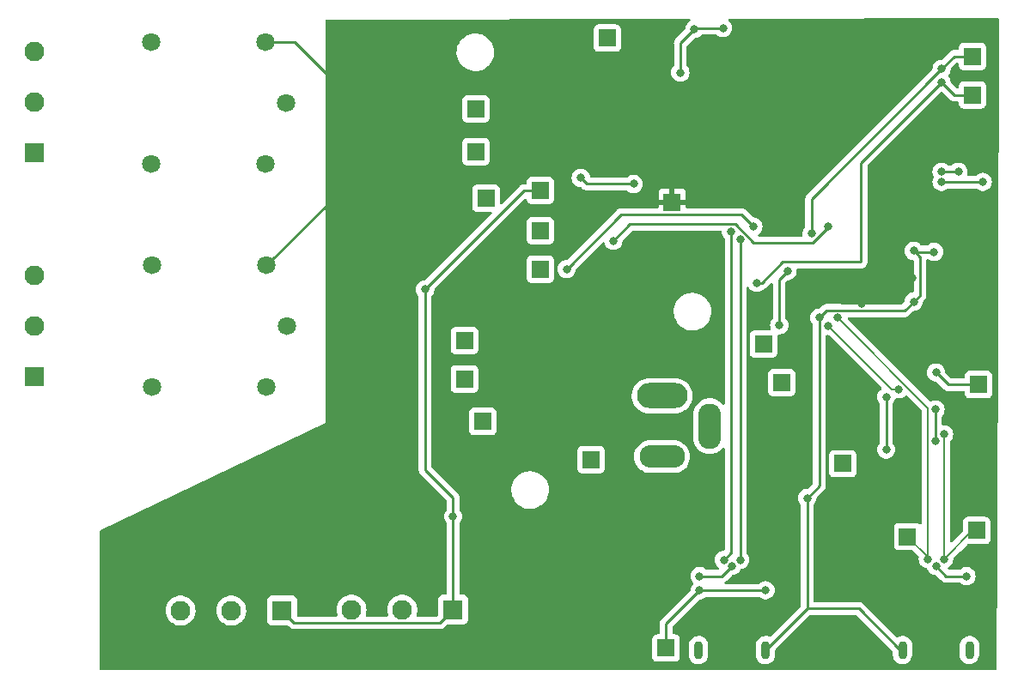
<source format=gbr>
%TF.GenerationSoftware,KiCad,Pcbnew,7.0.9*%
%TF.CreationDate,2024-03-19T15:39:07-05:00*%
%TF.ProjectId,Humidifier Subsystem,48756d69-6469-4666-9965-722053756273,rev?*%
%TF.SameCoordinates,Original*%
%TF.FileFunction,Copper,L2,Bot*%
%TF.FilePolarity,Positive*%
%FSLAX46Y46*%
G04 Gerber Fmt 4.6, Leading zero omitted, Abs format (unit mm)*
G04 Created by KiCad (PCBNEW 7.0.9) date 2024-03-19 15:39:07*
%MOMM*%
%LPD*%
G01*
G04 APERTURE LIST*
%TA.AperFunction,ComponentPad*%
%ADD10R,1.950000X1.950000*%
%TD*%
%TA.AperFunction,ComponentPad*%
%ADD11C,1.950000*%
%TD*%
%TA.AperFunction,ComponentPad*%
%ADD12R,1.700000X1.700000*%
%TD*%
%TA.AperFunction,ComponentPad*%
%ADD13C,1.808000*%
%TD*%
%TA.AperFunction,ComponentPad*%
%ADD14O,5.000000X2.500000*%
%TD*%
%TA.AperFunction,ComponentPad*%
%ADD15O,4.500000X2.250000*%
%TD*%
%TA.AperFunction,ComponentPad*%
%ADD16O,2.250000X4.500000*%
%TD*%
%TA.AperFunction,ComponentPad*%
%ADD17O,0.900000X1.800000*%
%TD*%
%TA.AperFunction,ViaPad*%
%ADD18C,0.800000*%
%TD*%
%TA.AperFunction,Conductor*%
%ADD19C,0.250000*%
%TD*%
%TA.AperFunction,Conductor*%
%ADD20C,0.200000*%
%TD*%
G04 APERTURE END LIST*
D10*
%TO.P,J4,1,Pin_1*%
%TO.N,+5V*%
X89400000Y-119400000D03*
D11*
%TO.P,J4,2,Pin_2*%
%TO.N,Net-(J4-Pin_2)*%
X84400000Y-119400000D03*
%TO.P,J4,3,Pin_3*%
%TO.N,GND*%
X79400000Y-119400000D03*
%TD*%
D12*
%TO.P,J19,1,Pin_1*%
%TO.N,U0RXD*%
X140600000Y-68600000D03*
%TD*%
%TO.P,J25,1,Pin_1*%
%TO.N,DTR*%
X127800000Y-105000000D03*
%TD*%
D10*
%TO.P,J5,1,Pin_1*%
%TO.N,+5V*%
X72547500Y-119500000D03*
D11*
%TO.P,J5,2,Pin_2*%
%TO.N,Net-(J5-Pin_2)*%
X67547500Y-119500000D03*
%TO.P,J5,3,Pin_3*%
%TO.N,GND*%
X62547500Y-119500000D03*
%TD*%
D12*
%TO.P,J20,1,Pin_1*%
%TO.N,VBUS*%
X110400000Y-123200000D03*
%TD*%
D13*
%TO.P,K1,1,1*%
%TO.N,COM_Main*%
X73032651Y-91435000D03*
%TO.P,K1,2,2*%
%TO.N,+3.3V*%
X71032649Y-85435001D03*
%TO.P,K1,3,3*%
%TO.N,Fan_A*%
X59732654Y-85435001D03*
%TO.P,K1,4,4*%
%TO.N,Fan_B*%
X59732654Y-97434999D03*
%TO.P,K1,5,5*%
%TO.N,Net-(D10-K)*%
X71032649Y-97434999D03*
%TD*%
D14*
%TO.P,J1,1*%
%TO.N,+12V*%
X110000000Y-98300000D03*
D15*
%TO.P,J1,2*%
%TO.N,GND*%
X110000000Y-104300000D03*
D16*
%TO.P,J1,3*%
%TO.N,unconnected-(J1-Pad3)*%
X114700000Y-101300000D03*
%TD*%
D12*
%TO.P,J16,1,Pin_1*%
%TO.N,IO0*%
X141200000Y-97200000D03*
%TD*%
D17*
%TO.P,J2,S5,SHIELD__4*%
%TO.N,GND*%
X133700000Y-123400000D03*
%TO.P,J2,S6,SHIELD__5*%
X140300000Y-123400000D03*
%TD*%
D12*
%TO.P,J14,1,Pin_1*%
%TO.N,Relay_Signal_DCDC*%
X98000000Y-82000000D03*
%TD*%
%TO.P,J8,1,Pin_1*%
%TO.N,GND*%
X103000000Y-104600000D03*
%TD*%
%TO.P,J22,1,Pin_1*%
%TO.N,USB_DN*%
X134200000Y-112200000D03*
%TD*%
%TO.P,J29,1,Pin_1*%
%TO.N,Net-(J29-Pin_1)*%
X91650002Y-74200000D03*
%TD*%
D17*
%TO.P,J3,S5,SHIELD__4*%
%TO.N,GND*%
X113600000Y-123400000D03*
%TO.P,J3,S6,SHIELD__5*%
X120200000Y-123400000D03*
%TD*%
D12*
%TO.P,J17,1,Pin_1*%
%TO.N,CHIP_PU*%
X121800000Y-97000000D03*
%TD*%
%TO.P,J11,1,Pin_1*%
%TO.N,+5V*%
X98000000Y-78050000D03*
%TD*%
%TO.P,J28,1,Pin_1*%
%TO.N,Net-(J28-Pin_1)*%
X90532654Y-96635001D03*
%TD*%
%TO.P,J24,1,Pin_1*%
%TO.N,RTS*%
X120000000Y-93200000D03*
%TD*%
%TO.P,J27,1,Pin_1*%
%TO.N,Net-(J27-Pin_1)*%
X92332654Y-100835001D03*
%TD*%
D10*
%TO.P,J6,1,1*%
%TO.N,Fan_B*%
X48132654Y-96435001D03*
D11*
%TO.P,J6,2,2*%
%TO.N,COM_Main*%
X48132654Y-91435001D03*
%TO.P,J6,3,3*%
%TO.N,Fan_A*%
X48132654Y-86435001D03*
%TD*%
D12*
%TO.P,J13,1,Pin_1*%
%TO.N,ESP_3V3*%
X104600000Y-63000000D03*
%TD*%
D10*
%TO.P,J7,1,1*%
%TO.N,Fan_B_DC*%
X48150002Y-74347500D03*
D11*
%TO.P,J7,2,2*%
%TO.N,COM_Main_DC*%
X48150002Y-69347500D03*
%TO.P,J7,3,3*%
%TO.N,Fan_A_DC*%
X48150002Y-64347500D03*
%TD*%
D12*
%TO.P,J9,1,Pin_1*%
%TO.N,Net-(J9-Pin_1)*%
X90532654Y-92835001D03*
%TD*%
D13*
%TO.P,K2,1,1*%
%TO.N,COM_Main_DC*%
X72950000Y-69400000D03*
%TO.P,K2,2,2*%
%TO.N,+3.3V*%
X70949998Y-63400001D03*
%TO.P,K2,3,3*%
%TO.N,Fan_A_DC*%
X59650003Y-63400001D03*
%TO.P,K2,4,4*%
%TO.N,Fan_B_DC*%
X59650003Y-75399999D03*
%TO.P,K2,5,5*%
%TO.N,Net-(D12-K)*%
X70949998Y-75399999D03*
%TD*%
D12*
%TO.P,J18,1,Pin_1*%
%TO.N,U0TXD*%
X140600000Y-64800000D03*
%TD*%
%TO.P,J26,1,Pin_1*%
%TO.N,Net-(J26-Pin_1)*%
X92650002Y-78800000D03*
%TD*%
%TO.P,J15,1,Pin_1*%
%TO.N,Relay_Signal_ACDC*%
X98000000Y-85800000D03*
%TD*%
%TO.P,J10,1,Pin_1*%
%TO.N,Net-(J10-Pin_1)*%
X91650002Y-70000000D03*
%TD*%
%TO.P,J23,1,Pin_1*%
%TO.N,USB_DP*%
X141000000Y-111600000D03*
%TD*%
%TO.P,J12,1,Pin_1*%
%TO.N,+3.3V*%
X111000000Y-79200000D03*
%TD*%
D18*
%TO.N,+12V*%
X107200000Y-77400000D03*
X102000000Y-76800000D03*
%TO.N,GND*%
X134800000Y-89000000D03*
X140000000Y-116100000D03*
X113700000Y-116100000D03*
X113200000Y-62100000D03*
X124300000Y-108400000D03*
X116900000Y-115100000D03*
X111800000Y-66400000D03*
X116000000Y-62000000D03*
X137000000Y-115100000D03*
X134800000Y-84000000D03*
X136800000Y-84100000D03*
X125500000Y-90600000D03*
%TO.N,+3.3V*%
X134700000Y-86700000D03*
X111000000Y-76800000D03*
X108250000Y-76650000D03*
X129700000Y-89200000D03*
%TO.N,IO0*%
X137000000Y-96000000D03*
%TO.N,USB_DP*%
X137800000Y-102100000D03*
X133355378Y-97644622D03*
X126400000Y-91400000D03*
X137800000Y-114400000D03*
%TO.N,USB_DN*%
X136200000Y-114400000D03*
X127300000Y-90600000D03*
%TO.N,IO20*%
X117700000Y-82900000D03*
X117700000Y-114500000D03*
%TO.N,IO19*%
X116800000Y-82100000D03*
X116100000Y-114500000D03*
%TO.N,VBUS*%
X113700000Y-117500000D03*
X120200000Y-117500000D03*
X132100000Y-98400000D03*
X132100000Y-103600000D03*
%TO.N,U0RXD*%
X119350000Y-87150000D03*
X137550000Y-67350000D03*
%TO.N,U0TXD*%
X137550000Y-66050000D03*
X124750000Y-82300000D03*
%TO.N,RTS*%
X122369731Y-85995133D03*
X121550000Y-91350000D03*
%TO.N,Net-(U6-COLLECTOR)*%
X136950000Y-102750000D03*
X136950000Y-99650000D03*
%TO.N,+5V*%
X86650002Y-87800000D03*
X89400000Y-110200000D03*
%TO.N,Relay_Signal_ACDC*%
X119000000Y-81600000D03*
X100600000Y-85800000D03*
%TO.N,Net-(U1-IO35)*%
X137550500Y-77200000D03*
X141600000Y-77200000D03*
%TO.N,Net-(U1-IO36)*%
X139200000Y-76200000D03*
X137550500Y-76200000D03*
%TO.N,Relay_Signal_DCDC*%
X105200000Y-83000000D03*
X126400000Y-81600000D03*
%TD*%
D19*
%TO.N,+12V*%
X107200000Y-77400000D02*
X102600000Y-77400000D01*
X102600000Y-77400000D02*
X102000000Y-76800000D01*
%TO.N,GND*%
X116900000Y-115100000D02*
X115900000Y-116100000D01*
X115900000Y-116100000D02*
X113700000Y-116100000D01*
X111800000Y-63500000D02*
X113200000Y-62100000D01*
X126225000Y-89875000D02*
X125500000Y-90600000D01*
X138000000Y-116100000D02*
X137000000Y-115100000D01*
X134800000Y-89000000D02*
X133875000Y-89925000D01*
X133875000Y-89925000D02*
X127650305Y-89925000D01*
X136800000Y-84100000D02*
X134900000Y-84100000D01*
X134800000Y-89000000D02*
X135425000Y-88375000D01*
X124300000Y-119300000D02*
X124300000Y-108400000D01*
X135425000Y-84625000D02*
X134800000Y-84000000D01*
X134900000Y-84100000D02*
X134800000Y-84000000D01*
X125500000Y-90600000D02*
X125500000Y-107200000D01*
X140000000Y-116100000D02*
X138000000Y-116100000D01*
X113200000Y-62100000D02*
X113300000Y-62000000D01*
X135425000Y-88375000D02*
X135425000Y-84625000D01*
X133700000Y-123400000D02*
X133500000Y-123400000D01*
X113300000Y-62000000D02*
X116000000Y-62000000D01*
X125500000Y-107200000D02*
X124300000Y-108400000D01*
X129400000Y-119300000D02*
X124300000Y-119300000D01*
X124300000Y-119300000D02*
X120200000Y-123400000D01*
X127650305Y-89925000D02*
X127600305Y-89875000D01*
X127600305Y-89875000D02*
X126225000Y-89875000D01*
X111800000Y-66400000D02*
X111800000Y-63500000D01*
X133500000Y-123400000D02*
X129400000Y-119300000D01*
%TO.N,+3.3V*%
X77400000Y-67000000D02*
X73800000Y-63400000D01*
X108400000Y-76800000D02*
X111000000Y-76800000D01*
X77400000Y-79067650D02*
X77400000Y-67000000D01*
X131000000Y-87900000D02*
X129700000Y-89200000D01*
X134000000Y-87900000D02*
X131000000Y-87900000D01*
X134700000Y-86700000D02*
X134700000Y-87200000D01*
X108250000Y-76650000D02*
X108400000Y-76800000D01*
X134700000Y-87200000D02*
X134000000Y-87900000D01*
X71032649Y-85435001D02*
X77400000Y-79067650D01*
X73800000Y-63400000D02*
X70949998Y-63400001D01*
%TO.N,IO0*%
X141200000Y-97200000D02*
X138200000Y-97200000D01*
X138200000Y-97200000D02*
X137000000Y-96000000D01*
D20*
%TO.N,USB_DP*%
X137800000Y-114400000D02*
X140600000Y-111600000D01*
X140600000Y-111600000D02*
X141000000Y-111600000D01*
X132644622Y-97644622D02*
X126400000Y-91400000D01*
X137800000Y-114400000D02*
X137800000Y-102100000D01*
X133355378Y-97644622D02*
X132644622Y-97644622D01*
%TO.N,USB_DN*%
X136200000Y-99500000D02*
X127300000Y-90600000D01*
X134200000Y-112200000D02*
X136200000Y-114200000D01*
X136200000Y-114400000D02*
X136200000Y-99500000D01*
X136200000Y-114200000D02*
X136200000Y-114400000D01*
D19*
%TO.N,IO20*%
X117700000Y-114500000D02*
X117700000Y-82900000D01*
%TO.N,IO19*%
X116100000Y-114500000D02*
X116800000Y-113800000D01*
X116800000Y-113800000D02*
X116800000Y-82100000D01*
%TO.N,VBUS*%
X110400000Y-123200000D02*
X110400000Y-120800000D01*
X110400000Y-120800000D02*
X113700000Y-117500000D01*
X132100000Y-103600000D02*
X132100000Y-98400000D01*
X120200000Y-117500000D02*
X113700000Y-117500000D01*
%TO.N,U0RXD*%
X129600000Y-75300000D02*
X137550000Y-67350000D01*
X119350000Y-87150000D02*
X119875305Y-87150000D01*
X137550000Y-67350000D02*
X138800000Y-68600000D01*
X119875305Y-87150000D02*
X121925305Y-85100000D01*
X129600000Y-85100000D02*
X129600000Y-75300000D01*
X138800000Y-68600000D02*
X140600000Y-68600000D01*
X121925305Y-85100000D02*
X129600000Y-85100000D01*
%TO.N,U0TXD*%
X138800000Y-64800000D02*
X140600000Y-64800000D01*
X137550000Y-66050000D02*
X138800000Y-64800000D01*
X124750000Y-78850000D02*
X137550000Y-66050000D01*
X124750000Y-82300000D02*
X124750000Y-78850000D01*
%TO.N,RTS*%
X121550000Y-86814864D02*
X121550000Y-91350000D01*
X122369731Y-85995133D02*
X121550000Y-86814864D01*
%TO.N,Net-(U6-COLLECTOR)*%
X136950000Y-101400000D02*
X136950000Y-102750000D01*
X136950000Y-99650000D02*
X136950000Y-99400000D01*
X136950000Y-101400000D02*
X136950000Y-99650000D01*
%TO.N,+5V*%
X86650002Y-105600000D02*
X89400000Y-108349998D01*
X98000000Y-78050000D02*
X96400002Y-78050000D01*
X86650002Y-105600000D02*
X86650002Y-87800000D01*
X88100000Y-120700000D02*
X73747500Y-120700000D01*
X89400000Y-119400000D02*
X88100000Y-120700000D01*
X89400000Y-110200000D02*
X89400000Y-119400000D01*
X96400002Y-78050000D02*
X86650002Y-87800000D01*
X73747500Y-120700000D02*
X72547500Y-119500000D01*
X89400000Y-108349998D02*
X89400000Y-110200000D01*
%TO.N,Relay_Signal_ACDC*%
X117800000Y-80400000D02*
X106000000Y-80400000D01*
X106000000Y-80400000D02*
X100600000Y-85800000D01*
X119000000Y-81600000D02*
X117800000Y-80400000D01*
%TO.N,Net-(U1-IO35)*%
X141600000Y-77200000D02*
X137550500Y-77200000D01*
%TO.N,Net-(U1-IO36)*%
X137550500Y-76200000D02*
X139200000Y-76200000D01*
%TO.N,Relay_Signal_DCDC*%
X126400000Y-81600000D02*
X126400000Y-81675305D01*
X117200305Y-81375000D02*
X106825000Y-81375000D01*
X119025305Y-83200000D02*
X117200305Y-81375000D01*
X126400000Y-81675305D02*
X124875305Y-83200000D01*
X124875305Y-83200000D02*
X119025305Y-83200000D01*
X106825000Y-81375000D02*
X105200000Y-83000000D01*
%TD*%
%TA.AperFunction,Conductor*%
%TO.N,+3.3V*%
G36*
X143142338Y-61019857D02*
G01*
X143188252Y-61072523D01*
X143199612Y-61124759D01*
X143034161Y-114399999D01*
X143003926Y-124136012D01*
X143000384Y-125276385D01*
X142980492Y-125343363D01*
X142927546Y-125388954D01*
X142876385Y-125400000D01*
X54724000Y-125400000D01*
X54656961Y-125380315D01*
X54611206Y-125327511D01*
X54600000Y-125276000D01*
X54600000Y-119500005D01*
X61066943Y-119500005D01*
X61087134Y-119743683D01*
X61087136Y-119743695D01*
X61147163Y-119980734D01*
X61245388Y-120204666D01*
X61379132Y-120409378D01*
X61544742Y-120589277D01*
X61544752Y-120589286D01*
X61737708Y-120739470D01*
X61737712Y-120739473D01*
X61909697Y-120832547D01*
X61952767Y-120855855D01*
X61952770Y-120855856D01*
X62184041Y-120935251D01*
X62184043Y-120935251D01*
X62184045Y-120935252D01*
X62425237Y-120975500D01*
X62425238Y-120975500D01*
X62669762Y-120975500D01*
X62669763Y-120975500D01*
X62910955Y-120935252D01*
X63142233Y-120855855D01*
X63357288Y-120739473D01*
X63550254Y-120589281D01*
X63715868Y-120409377D01*
X63849611Y-120204667D01*
X63947836Y-119980736D01*
X64007864Y-119743692D01*
X64016150Y-119643695D01*
X64028057Y-119500005D01*
X66066943Y-119500005D01*
X66087134Y-119743683D01*
X66087136Y-119743695D01*
X66147163Y-119980734D01*
X66245388Y-120204666D01*
X66379132Y-120409378D01*
X66544742Y-120589277D01*
X66544752Y-120589286D01*
X66737708Y-120739470D01*
X66737712Y-120739473D01*
X66909697Y-120832547D01*
X66952767Y-120855855D01*
X66952770Y-120855856D01*
X67184041Y-120935251D01*
X67184043Y-120935251D01*
X67184045Y-120935252D01*
X67425237Y-120975500D01*
X67425238Y-120975500D01*
X67669762Y-120975500D01*
X67669763Y-120975500D01*
X67910955Y-120935252D01*
X68142233Y-120855855D01*
X68357288Y-120739473D01*
X68550254Y-120589281D01*
X68611390Y-120522870D01*
X71072000Y-120522870D01*
X71072001Y-120522876D01*
X71078408Y-120582483D01*
X71128702Y-120717328D01*
X71128706Y-120717335D01*
X71214952Y-120832544D01*
X71214955Y-120832547D01*
X71330164Y-120918793D01*
X71330171Y-120918797D01*
X71465017Y-120969091D01*
X71465016Y-120969091D01*
X71471944Y-120969835D01*
X71524627Y-120975500D01*
X73087046Y-120975499D01*
X73154085Y-120995184D01*
X73174727Y-121011818D01*
X73246697Y-121083788D01*
X73256522Y-121096051D01*
X73256743Y-121095869D01*
X73261714Y-121101878D01*
X73282543Y-121121437D01*
X73312135Y-121149226D01*
X73333029Y-121170120D01*
X73338511Y-121174373D01*
X73342943Y-121178157D01*
X73376918Y-121210062D01*
X73394476Y-121219714D01*
X73410735Y-121230395D01*
X73426564Y-121242673D01*
X73469338Y-121261182D01*
X73474556Y-121263738D01*
X73515408Y-121286197D01*
X73534816Y-121291180D01*
X73553217Y-121297480D01*
X73571604Y-121305437D01*
X73614988Y-121312308D01*
X73617619Y-121312725D01*
X73623339Y-121313909D01*
X73668481Y-121325500D01*
X73688516Y-121325500D01*
X73707914Y-121327026D01*
X73727694Y-121330159D01*
X73727695Y-121330160D01*
X73727695Y-121330159D01*
X73727696Y-121330160D01*
X73774084Y-121325775D01*
X73779922Y-121325500D01*
X88017257Y-121325500D01*
X88032877Y-121327224D01*
X88032904Y-121326939D01*
X88040660Y-121327671D01*
X88040667Y-121327673D01*
X88109814Y-121325500D01*
X88139350Y-121325500D01*
X88146228Y-121324630D01*
X88152041Y-121324172D01*
X88198627Y-121322709D01*
X88217869Y-121317117D01*
X88236912Y-121313174D01*
X88256792Y-121310664D01*
X88300122Y-121293507D01*
X88305646Y-121291617D01*
X88309396Y-121290527D01*
X88350390Y-121278618D01*
X88367629Y-121268422D01*
X88385103Y-121259862D01*
X88403727Y-121252488D01*
X88403727Y-121252487D01*
X88403732Y-121252486D01*
X88441449Y-121225082D01*
X88446305Y-121221892D01*
X88486420Y-121198170D01*
X88500589Y-121183999D01*
X88515379Y-121171368D01*
X88531587Y-121159594D01*
X88561299Y-121123676D01*
X88565212Y-121119376D01*
X88772771Y-120911818D01*
X88834094Y-120878333D01*
X88860452Y-120875499D01*
X90422871Y-120875499D01*
X90422872Y-120875499D01*
X90482483Y-120869091D01*
X90617331Y-120818796D01*
X90732546Y-120732546D01*
X90818796Y-120617331D01*
X90869091Y-120482483D01*
X90875500Y-120422873D01*
X90875499Y-118377128D01*
X90869091Y-118317517D01*
X90866553Y-118310713D01*
X90818797Y-118182671D01*
X90818793Y-118182664D01*
X90732547Y-118067455D01*
X90732544Y-118067452D01*
X90617335Y-117981206D01*
X90617328Y-117981202D01*
X90482482Y-117930908D01*
X90482483Y-117930908D01*
X90422883Y-117924501D01*
X90422881Y-117924500D01*
X90422873Y-117924500D01*
X90422865Y-117924500D01*
X90149500Y-117924500D01*
X90082461Y-117904815D01*
X90036706Y-117852011D01*
X90025500Y-117800500D01*
X90025500Y-110898687D01*
X90045185Y-110831648D01*
X90057350Y-110815715D01*
X90075891Y-110795122D01*
X90132533Y-110732216D01*
X90227179Y-110568284D01*
X90285674Y-110388256D01*
X90305460Y-110200000D01*
X90285674Y-110011744D01*
X90227179Y-109831716D01*
X90132533Y-109667784D01*
X90057350Y-109584284D01*
X90027120Y-109521292D01*
X90025500Y-109501312D01*
X90025500Y-108432735D01*
X90027224Y-108417121D01*
X90026938Y-108417094D01*
X90027672Y-108409331D01*
X90026785Y-108381115D01*
X90025500Y-108340200D01*
X90025500Y-108310648D01*
X90024629Y-108303757D01*
X90024172Y-108297943D01*
X90022709Y-108251372D01*
X90022709Y-108251370D01*
X90017120Y-108232135D01*
X90013174Y-108213082D01*
X90013005Y-108211744D01*
X90010664Y-108193206D01*
X89993501Y-108149857D01*
X89991614Y-108144344D01*
X89978617Y-108099608D01*
X89978616Y-108099606D01*
X89968421Y-108082367D01*
X89959860Y-108064891D01*
X89952486Y-108046267D01*
X89952486Y-108046265D01*
X89941914Y-108031715D01*
X89925083Y-108008548D01*
X89921900Y-108003703D01*
X89898170Y-107963577D01*
X89898165Y-107963571D01*
X89884005Y-107949411D01*
X89871370Y-107934618D01*
X89859593Y-107918410D01*
X89823693Y-107888711D01*
X89819381Y-107884788D01*
X89602356Y-107667763D01*
X95145787Y-107667763D01*
X95175413Y-107937013D01*
X95175415Y-107937024D01*
X95243926Y-108199082D01*
X95243928Y-108199088D01*
X95349870Y-108448390D01*
X95435231Y-108588259D01*
X95490979Y-108679605D01*
X95490986Y-108679615D01*
X95664253Y-108887819D01*
X95664259Y-108887824D01*
X95713804Y-108932216D01*
X95865998Y-109068582D01*
X96091910Y-109218044D01*
X96337176Y-109333020D01*
X96337183Y-109333022D01*
X96337185Y-109333023D01*
X96596557Y-109411057D01*
X96596564Y-109411058D01*
X96596569Y-109411060D01*
X96864561Y-109450500D01*
X96864566Y-109450500D01*
X97067636Y-109450500D01*
X97119133Y-109446730D01*
X97270156Y-109435677D01*
X97382758Y-109410593D01*
X97534546Y-109376782D01*
X97534548Y-109376781D01*
X97534553Y-109376780D01*
X97787558Y-109280014D01*
X98023777Y-109147441D01*
X98238177Y-108981888D01*
X98426186Y-108786881D01*
X98583799Y-108566579D01*
X98659651Y-108419046D01*
X98707649Y-108325690D01*
X98707651Y-108325684D01*
X98707656Y-108325675D01*
X98795118Y-108069305D01*
X98844319Y-107802933D01*
X98854212Y-107532235D01*
X98824586Y-107262982D01*
X98756072Y-107000912D01*
X98650130Y-106751610D01*
X98509018Y-106520390D01*
X98419747Y-106413119D01*
X98335746Y-106312180D01*
X98335740Y-106312175D01*
X98134002Y-106131418D01*
X97908092Y-105981957D01*
X97840984Y-105950498D01*
X97662824Y-105866980D01*
X97662819Y-105866978D01*
X97662814Y-105866976D01*
X97403442Y-105788942D01*
X97403428Y-105788939D01*
X97287791Y-105771921D01*
X97135439Y-105749500D01*
X96932369Y-105749500D01*
X96932364Y-105749500D01*
X96729844Y-105764323D01*
X96729831Y-105764325D01*
X96465453Y-105823217D01*
X96465446Y-105823220D01*
X96212439Y-105919987D01*
X95976226Y-106052557D01*
X95976224Y-106052558D01*
X95976223Y-106052559D01*
X95959825Y-106065221D01*
X95761822Y-106218112D01*
X95573822Y-106413109D01*
X95573816Y-106413116D01*
X95416202Y-106633419D01*
X95416199Y-106633424D01*
X95292350Y-106874309D01*
X95292343Y-106874327D01*
X95204884Y-107130685D01*
X95204881Y-107130699D01*
X95197528Y-107170507D01*
X95159592Y-107375896D01*
X95155681Y-107397068D01*
X95155680Y-107397075D01*
X95145787Y-107667763D01*
X89602356Y-107667763D01*
X87432463Y-105497870D01*
X101649500Y-105497870D01*
X101649501Y-105497876D01*
X101655908Y-105557483D01*
X101706202Y-105692328D01*
X101706206Y-105692335D01*
X101792452Y-105807544D01*
X101792455Y-105807547D01*
X101907664Y-105893793D01*
X101907671Y-105893797D01*
X102042517Y-105944091D01*
X102042516Y-105944091D01*
X102049444Y-105944835D01*
X102102127Y-105950500D01*
X103897872Y-105950499D01*
X103957483Y-105944091D01*
X104092331Y-105893796D01*
X104207546Y-105807546D01*
X104293796Y-105692331D01*
X104344091Y-105557483D01*
X104350500Y-105497873D01*
X104350499Y-104300000D01*
X107244474Y-104300000D01*
X107264547Y-104555064D01*
X107324279Y-104803864D01*
X107422188Y-105040239D01*
X107422190Y-105040242D01*
X107555875Y-105258396D01*
X107555878Y-105258401D01*
X107626347Y-105340909D01*
X107722044Y-105452956D01*
X107844430Y-105557483D01*
X107916598Y-105619121D01*
X107916600Y-105619122D01*
X107916601Y-105619123D01*
X107965568Y-105649130D01*
X108134757Y-105752809D01*
X108134760Y-105752811D01*
X108370338Y-105850390D01*
X108371140Y-105850722D01*
X108619930Y-105910452D01*
X108741074Y-105919986D01*
X108811135Y-105925500D01*
X108811137Y-105925500D01*
X111188865Y-105925500D01*
X111243493Y-105921200D01*
X111380070Y-105910452D01*
X111628860Y-105850722D01*
X111778015Y-105788940D01*
X111865239Y-105752811D01*
X111865240Y-105752810D01*
X111865243Y-105752809D01*
X112083399Y-105619123D01*
X112277956Y-105452956D01*
X112444123Y-105258399D01*
X112577809Y-105040243D01*
X112675722Y-104803860D01*
X112735452Y-104555070D01*
X112755526Y-104300000D01*
X112735452Y-104044930D01*
X112675722Y-103796140D01*
X112672456Y-103788256D01*
X112577811Y-103559760D01*
X112577809Y-103559757D01*
X112491167Y-103418370D01*
X112444123Y-103341601D01*
X112444122Y-103341600D01*
X112444121Y-103341598D01*
X112365461Y-103249500D01*
X112277956Y-103147044D01*
X112171591Y-103056200D01*
X112083401Y-102980878D01*
X112083396Y-102980875D01*
X111865242Y-102847190D01*
X111865239Y-102847188D01*
X111628864Y-102749279D01*
X111604710Y-102743480D01*
X111380070Y-102689548D01*
X111380068Y-102689547D01*
X111380065Y-102689547D01*
X111188865Y-102674500D01*
X111188863Y-102674500D01*
X108811137Y-102674500D01*
X108811135Y-102674500D01*
X108619934Y-102689547D01*
X108371135Y-102749279D01*
X108134760Y-102847188D01*
X108134757Y-102847190D01*
X107916603Y-102980875D01*
X107916598Y-102980878D01*
X107722044Y-103147044D01*
X107555878Y-103341598D01*
X107555875Y-103341603D01*
X107422190Y-103559757D01*
X107422188Y-103559760D01*
X107324279Y-103796135D01*
X107324278Y-103796140D01*
X107265128Y-104042517D01*
X107264547Y-104044935D01*
X107244474Y-104300000D01*
X104350499Y-104300000D01*
X104350499Y-103702128D01*
X104344091Y-103642517D01*
X104328233Y-103600000D01*
X104293797Y-103507671D01*
X104293793Y-103507664D01*
X104207547Y-103392455D01*
X104207544Y-103392452D01*
X104092335Y-103306206D01*
X104092328Y-103306202D01*
X103957482Y-103255908D01*
X103957483Y-103255908D01*
X103897883Y-103249501D01*
X103897881Y-103249500D01*
X103897873Y-103249500D01*
X103897864Y-103249500D01*
X102102129Y-103249500D01*
X102102123Y-103249501D01*
X102042516Y-103255908D01*
X101907671Y-103306202D01*
X101907664Y-103306206D01*
X101792455Y-103392452D01*
X101792452Y-103392455D01*
X101706206Y-103507664D01*
X101706202Y-103507671D01*
X101655908Y-103642517D01*
X101650065Y-103696870D01*
X101649501Y-103702123D01*
X101649500Y-103702135D01*
X101649500Y-105497870D01*
X87432463Y-105497870D01*
X87311821Y-105377228D01*
X87278336Y-105315905D01*
X87275502Y-105289547D01*
X87275502Y-101732871D01*
X90982154Y-101732871D01*
X90982155Y-101732877D01*
X90988562Y-101792484D01*
X91038856Y-101927329D01*
X91038860Y-101927336D01*
X91125106Y-102042545D01*
X91125109Y-102042548D01*
X91240318Y-102128794D01*
X91240325Y-102128798D01*
X91375171Y-102179092D01*
X91375170Y-102179092D01*
X91382098Y-102179836D01*
X91434781Y-102185501D01*
X93230526Y-102185500D01*
X93290137Y-102179092D01*
X93424985Y-102128797D01*
X93540200Y-102042547D01*
X93626450Y-101927332D01*
X93676745Y-101792484D01*
X93683154Y-101732874D01*
X93683153Y-99937129D01*
X93676745Y-99877518D01*
X93662102Y-99838259D01*
X93626451Y-99742672D01*
X93626447Y-99742665D01*
X93540201Y-99627456D01*
X93540198Y-99627453D01*
X93424989Y-99541207D01*
X93424982Y-99541203D01*
X93290136Y-99490909D01*
X93290137Y-99490909D01*
X93230537Y-99484502D01*
X93230535Y-99484501D01*
X93230527Y-99484501D01*
X93230518Y-99484501D01*
X91434783Y-99484501D01*
X91434777Y-99484502D01*
X91375170Y-99490909D01*
X91240325Y-99541203D01*
X91240318Y-99541207D01*
X91125109Y-99627453D01*
X91125106Y-99627456D01*
X91038860Y-99742665D01*
X91038856Y-99742672D01*
X90988562Y-99877518D01*
X90982155Y-99937117D01*
X90982155Y-99937124D01*
X90982154Y-99937136D01*
X90982154Y-101732871D01*
X87275502Y-101732871D01*
X87275502Y-98431187D01*
X106999500Y-98431187D01*
X107016163Y-98541730D01*
X107038604Y-98690615D01*
X107038605Y-98690617D01*
X107038606Y-98690623D01*
X107115938Y-98941326D01*
X107229767Y-99177696D01*
X107229768Y-99177697D01*
X107229770Y-99177700D01*
X107229772Y-99177704D01*
X107377567Y-99394479D01*
X107556014Y-99586801D01*
X107556018Y-99586804D01*
X107556019Y-99586805D01*
X107761143Y-99750386D01*
X107988357Y-99881568D01*
X108232584Y-99977420D01*
X108488370Y-100035802D01*
X108488376Y-100035802D01*
X108488379Y-100035803D01*
X108684500Y-100050500D01*
X108684506Y-100050500D01*
X111315500Y-100050500D01*
X111511620Y-100035803D01*
X111511622Y-100035802D01*
X111511630Y-100035802D01*
X111767416Y-99977420D01*
X112011643Y-99881568D01*
X112238857Y-99750386D01*
X112443981Y-99586805D01*
X112622433Y-99394479D01*
X112770228Y-99177704D01*
X112884063Y-98941323D01*
X112961396Y-98690615D01*
X113000500Y-98431182D01*
X113000500Y-98168818D01*
X112961396Y-97909385D01*
X112884063Y-97658677D01*
X112852186Y-97592483D01*
X112770232Y-97422303D01*
X112770231Y-97422302D01*
X112770230Y-97422301D01*
X112770228Y-97422296D01*
X112622433Y-97205521D01*
X112612441Y-97194753D01*
X112443985Y-97013198D01*
X112353474Y-96941018D01*
X112238857Y-96849614D01*
X112011643Y-96718432D01*
X111767416Y-96622580D01*
X111767411Y-96622578D01*
X111767402Y-96622576D01*
X111549818Y-96572914D01*
X111511630Y-96564198D01*
X111511629Y-96564197D01*
X111511625Y-96564197D01*
X111511620Y-96564196D01*
X111315500Y-96549500D01*
X111315494Y-96549500D01*
X108684506Y-96549500D01*
X108684500Y-96549500D01*
X108488379Y-96564196D01*
X108488374Y-96564197D01*
X108232597Y-96622576D01*
X108232578Y-96622582D01*
X107988356Y-96718432D01*
X107761143Y-96849614D01*
X107556014Y-97013198D01*
X107377567Y-97205520D01*
X107229768Y-97422302D01*
X107229767Y-97422303D01*
X107115938Y-97658673D01*
X107038606Y-97909376D01*
X107038605Y-97909381D01*
X107038604Y-97909385D01*
X107027131Y-97985500D01*
X106999500Y-98168812D01*
X106999500Y-98431187D01*
X87275502Y-98431187D01*
X87275502Y-97532871D01*
X89182154Y-97532871D01*
X89182155Y-97532877D01*
X89188562Y-97592484D01*
X89238856Y-97727329D01*
X89238860Y-97727336D01*
X89325106Y-97842545D01*
X89325109Y-97842548D01*
X89440318Y-97928794D01*
X89440325Y-97928798D01*
X89575171Y-97979092D01*
X89575170Y-97979092D01*
X89582098Y-97979836D01*
X89634781Y-97985501D01*
X91430526Y-97985500D01*
X91490137Y-97979092D01*
X91624985Y-97928797D01*
X91740200Y-97842547D01*
X91826450Y-97727332D01*
X91876745Y-97592484D01*
X91883154Y-97532874D01*
X91883153Y-95737129D01*
X91876745Y-95677518D01*
X91868685Y-95655909D01*
X91826451Y-95542672D01*
X91826447Y-95542665D01*
X91740201Y-95427456D01*
X91740198Y-95427453D01*
X91624989Y-95341207D01*
X91624982Y-95341203D01*
X91490136Y-95290909D01*
X91490137Y-95290909D01*
X91430537Y-95284502D01*
X91430535Y-95284501D01*
X91430527Y-95284501D01*
X91430518Y-95284501D01*
X89634783Y-95284501D01*
X89634777Y-95284502D01*
X89575170Y-95290909D01*
X89440325Y-95341203D01*
X89440318Y-95341207D01*
X89325109Y-95427453D01*
X89325106Y-95427456D01*
X89238860Y-95542665D01*
X89238856Y-95542672D01*
X89188562Y-95677518D01*
X89182155Y-95737117D01*
X89182155Y-95737124D01*
X89182154Y-95737136D01*
X89182154Y-97532871D01*
X87275502Y-97532871D01*
X87275502Y-93732871D01*
X89182154Y-93732871D01*
X89182155Y-93732877D01*
X89188562Y-93792484D01*
X89238856Y-93927329D01*
X89238860Y-93927336D01*
X89325106Y-94042545D01*
X89325109Y-94042548D01*
X89440318Y-94128794D01*
X89440325Y-94128798D01*
X89575171Y-94179092D01*
X89575170Y-94179092D01*
X89582098Y-94179836D01*
X89634781Y-94185501D01*
X91430526Y-94185500D01*
X91490137Y-94179092D01*
X91624985Y-94128797D01*
X91740200Y-94042547D01*
X91826450Y-93927332D01*
X91876745Y-93792484D01*
X91883154Y-93732874D01*
X91883153Y-91937129D01*
X91876745Y-91877518D01*
X91868685Y-91855909D01*
X91826451Y-91742672D01*
X91826447Y-91742665D01*
X91740201Y-91627456D01*
X91740198Y-91627453D01*
X91624989Y-91541207D01*
X91624982Y-91541203D01*
X91490136Y-91490909D01*
X91490137Y-91490909D01*
X91430537Y-91484502D01*
X91430535Y-91484501D01*
X91430527Y-91484501D01*
X91430518Y-91484501D01*
X89634783Y-91484501D01*
X89634777Y-91484502D01*
X89575170Y-91490909D01*
X89440325Y-91541203D01*
X89440318Y-91541207D01*
X89325109Y-91627453D01*
X89325106Y-91627456D01*
X89238860Y-91742665D01*
X89238856Y-91742672D01*
X89188562Y-91877518D01*
X89182155Y-91937117D01*
X89182155Y-91937124D01*
X89182154Y-91937136D01*
X89182154Y-93732871D01*
X87275502Y-93732871D01*
X87275502Y-90067763D01*
X111145787Y-90067763D01*
X111175413Y-90337013D01*
X111175415Y-90337024D01*
X111237691Y-90575233D01*
X111243928Y-90599088D01*
X111349870Y-90848390D01*
X111431238Y-90981716D01*
X111490979Y-91079605D01*
X111490986Y-91079615D01*
X111664253Y-91287819D01*
X111664259Y-91287824D01*
X111865998Y-91468582D01*
X112091910Y-91618044D01*
X112337176Y-91733020D01*
X112337183Y-91733022D01*
X112337185Y-91733023D01*
X112596557Y-91811057D01*
X112596564Y-91811058D01*
X112596569Y-91811060D01*
X112864561Y-91850500D01*
X112864566Y-91850500D01*
X113067636Y-91850500D01*
X113119133Y-91846730D01*
X113270156Y-91835677D01*
X113382758Y-91810593D01*
X113534546Y-91776782D01*
X113534548Y-91776781D01*
X113534553Y-91776780D01*
X113787558Y-91680014D01*
X114023777Y-91547441D01*
X114238177Y-91381888D01*
X114426186Y-91186881D01*
X114583799Y-90966579D01*
X114660300Y-90817784D01*
X114707649Y-90725690D01*
X114707651Y-90725684D01*
X114707656Y-90725675D01*
X114795118Y-90469305D01*
X114844319Y-90202933D01*
X114854212Y-89932235D01*
X114824586Y-89662982D01*
X114756072Y-89400912D01*
X114650130Y-89151610D01*
X114509018Y-88920390D01*
X114463558Y-88865764D01*
X114335746Y-88712180D01*
X114335740Y-88712175D01*
X114134002Y-88531418D01*
X113908092Y-88381957D01*
X113908090Y-88381956D01*
X113662824Y-88266980D01*
X113662819Y-88266978D01*
X113662814Y-88266976D01*
X113403442Y-88188942D01*
X113403428Y-88188939D01*
X113287791Y-88171921D01*
X113135439Y-88149500D01*
X112932369Y-88149500D01*
X112932364Y-88149500D01*
X112729844Y-88164323D01*
X112729831Y-88164325D01*
X112465453Y-88223217D01*
X112465446Y-88223220D01*
X112212439Y-88319987D01*
X111976226Y-88452557D01*
X111976224Y-88452558D01*
X111976223Y-88452559D01*
X111956506Y-88467784D01*
X111761822Y-88618112D01*
X111573822Y-88813109D01*
X111573816Y-88813116D01*
X111416202Y-89033419D01*
X111416199Y-89033424D01*
X111292350Y-89274309D01*
X111292343Y-89274327D01*
X111204884Y-89530685D01*
X111204881Y-89530699D01*
X111155681Y-89797068D01*
X111155680Y-89797075D01*
X111145787Y-90067763D01*
X87275502Y-90067763D01*
X87275502Y-88498687D01*
X87295187Y-88431648D01*
X87307352Y-88415715D01*
X87326180Y-88394804D01*
X87382535Y-88332216D01*
X87477181Y-88168284D01*
X87535676Y-87988256D01*
X87553323Y-87820345D01*
X87579907Y-87755732D01*
X87588954Y-87745636D01*
X88636720Y-86697870D01*
X96649500Y-86697870D01*
X96649501Y-86697876D01*
X96655908Y-86757483D01*
X96706202Y-86892328D01*
X96706206Y-86892335D01*
X96792452Y-87007544D01*
X96792455Y-87007547D01*
X96907664Y-87093793D01*
X96907671Y-87093797D01*
X97042517Y-87144091D01*
X97042516Y-87144091D01*
X97049444Y-87144835D01*
X97102127Y-87150500D01*
X98897872Y-87150499D01*
X98957483Y-87144091D01*
X99092331Y-87093796D01*
X99207546Y-87007546D01*
X99293796Y-86892331D01*
X99344091Y-86757483D01*
X99350500Y-86697873D01*
X99350499Y-85800000D01*
X99694540Y-85800000D01*
X99714326Y-85988256D01*
X99714327Y-85988259D01*
X99772818Y-86168277D01*
X99772821Y-86168284D01*
X99867467Y-86332216D01*
X99993210Y-86471867D01*
X99994129Y-86472888D01*
X100147265Y-86584148D01*
X100147270Y-86584151D01*
X100320192Y-86661142D01*
X100320197Y-86661144D01*
X100505354Y-86700500D01*
X100505355Y-86700500D01*
X100694644Y-86700500D01*
X100694646Y-86700500D01*
X100879803Y-86661144D01*
X101052730Y-86584151D01*
X101205871Y-86472888D01*
X101332533Y-86332216D01*
X101427179Y-86168284D01*
X101485674Y-85988256D01*
X101503321Y-85820345D01*
X101529905Y-85755732D01*
X101538952Y-85745636D01*
X104117785Y-83166804D01*
X104179106Y-83133321D01*
X104248798Y-83138305D01*
X104304731Y-83180177D01*
X104323395Y-83216169D01*
X104372818Y-83368277D01*
X104372821Y-83368284D01*
X104467467Y-83532216D01*
X104557063Y-83631722D01*
X104594129Y-83672888D01*
X104747265Y-83784148D01*
X104747270Y-83784151D01*
X104920192Y-83861142D01*
X104920197Y-83861144D01*
X105105354Y-83900500D01*
X105105355Y-83900500D01*
X105294644Y-83900500D01*
X105294646Y-83900500D01*
X105479803Y-83861144D01*
X105652730Y-83784151D01*
X105805871Y-83672888D01*
X105932533Y-83532216D01*
X106027179Y-83368284D01*
X106085674Y-83188256D01*
X106103321Y-83020344D01*
X106129904Y-82955734D01*
X106138951Y-82945638D01*
X107047772Y-82036819D01*
X107109095Y-82003334D01*
X107135453Y-82000500D01*
X115772432Y-82000500D01*
X115839471Y-82020185D01*
X115885226Y-82072989D01*
X115895752Y-82111535D01*
X115914326Y-82288256D01*
X115914327Y-82288259D01*
X115972818Y-82468277D01*
X115972821Y-82468284D01*
X116067467Y-82632216D01*
X116110772Y-82680310D01*
X116142650Y-82715715D01*
X116172880Y-82778706D01*
X116174500Y-82798687D01*
X116174500Y-99062406D01*
X116154815Y-99129445D01*
X116102011Y-99175200D01*
X116032853Y-99185144D01*
X115969297Y-99156119D01*
X115956210Y-99142938D01*
X115887428Y-99062406D01*
X115852956Y-99022044D01*
X115746591Y-98931200D01*
X115658401Y-98855878D01*
X115658396Y-98855875D01*
X115440242Y-98722190D01*
X115440239Y-98722188D01*
X115203864Y-98624279D01*
X115203860Y-98624278D01*
X114955070Y-98564548D01*
X114955067Y-98564547D01*
X114955064Y-98564547D01*
X114700000Y-98544474D01*
X114444935Y-98564547D01*
X114444931Y-98564547D01*
X114444930Y-98564548D01*
X114346168Y-98588259D01*
X114196135Y-98624279D01*
X113959760Y-98722188D01*
X113959757Y-98722190D01*
X113741603Y-98855875D01*
X113741598Y-98855878D01*
X113547044Y-99022044D01*
X113380878Y-99216598D01*
X113380875Y-99216603D01*
X113247190Y-99434757D01*
X113247188Y-99434760D01*
X113149279Y-99671135D01*
X113089547Y-99919934D01*
X113074500Y-100111135D01*
X113074500Y-102488865D01*
X113089547Y-102680065D01*
X113089547Y-102680068D01*
X113089548Y-102680070D01*
X113104772Y-102743480D01*
X113149279Y-102928864D01*
X113247188Y-103165239D01*
X113247190Y-103165242D01*
X113380875Y-103383396D01*
X113380878Y-103383401D01*
X113410745Y-103418370D01*
X113547044Y-103577956D01*
X113645103Y-103661706D01*
X113741598Y-103744121D01*
X113741600Y-103744122D01*
X113741601Y-103744123D01*
X113820467Y-103792452D01*
X113959757Y-103877809D01*
X113959760Y-103877811D01*
X114178166Y-103968277D01*
X114196140Y-103975722D01*
X114444930Y-104035452D01*
X114700000Y-104055526D01*
X114955070Y-104035452D01*
X115203860Y-103975722D01*
X115368167Y-103907664D01*
X115440239Y-103877811D01*
X115440240Y-103877810D01*
X115440243Y-103877809D01*
X115658399Y-103744123D01*
X115852956Y-103577956D01*
X115956210Y-103457061D01*
X116014717Y-103418868D01*
X116084585Y-103418370D01*
X116143631Y-103455723D01*
X116173109Y-103519070D01*
X116174500Y-103537593D01*
X116174500Y-113475500D01*
X116154815Y-113542539D01*
X116102011Y-113588294D01*
X116050500Y-113599500D01*
X116005354Y-113599500D01*
X115972897Y-113606398D01*
X115820197Y-113638855D01*
X115820192Y-113638857D01*
X115647270Y-113715848D01*
X115647265Y-113715851D01*
X115494129Y-113827111D01*
X115367466Y-113967785D01*
X115272821Y-114131715D01*
X115272818Y-114131722D01*
X115214327Y-114311740D01*
X115214326Y-114311744D01*
X115194540Y-114500000D01*
X115214326Y-114688256D01*
X115214327Y-114688259D01*
X115272818Y-114868277D01*
X115272821Y-114868284D01*
X115367467Y-115032216D01*
X115494129Y-115172888D01*
X115600515Y-115250182D01*
X115643181Y-115305512D01*
X115649160Y-115375125D01*
X115616554Y-115436920D01*
X115555716Y-115471277D01*
X115527630Y-115474500D01*
X114403748Y-115474500D01*
X114336709Y-115454815D01*
X114311600Y-115433474D01*
X114305873Y-115427114D01*
X114305869Y-115427110D01*
X114152734Y-115315851D01*
X114152729Y-115315848D01*
X113979807Y-115238857D01*
X113979802Y-115238855D01*
X113834001Y-115207865D01*
X113794646Y-115199500D01*
X113605354Y-115199500D01*
X113572897Y-115206398D01*
X113420197Y-115238855D01*
X113420192Y-115238857D01*
X113247270Y-115315848D01*
X113247265Y-115315851D01*
X113094129Y-115427111D01*
X112967466Y-115567785D01*
X112872821Y-115731715D01*
X112872818Y-115731722D01*
X112814327Y-115911740D01*
X112814326Y-115911744D01*
X112794540Y-116100000D01*
X112814326Y-116288256D01*
X112814327Y-116288259D01*
X112872818Y-116468277D01*
X112872821Y-116468284D01*
X112967464Y-116632212D01*
X112967465Y-116632214D01*
X112967467Y-116632216D01*
X112993549Y-116661183D01*
X113043832Y-116717028D01*
X113074061Y-116780020D01*
X113065435Y-116849355D01*
X113043832Y-116882972D01*
X112967464Y-116967787D01*
X112872821Y-117131715D01*
X112872818Y-117131722D01*
X112814327Y-117311740D01*
X112814326Y-117311744D01*
X112806405Y-117387105D01*
X112796678Y-117479651D01*
X112770093Y-117544266D01*
X112761038Y-117554370D01*
X110016208Y-120299199D01*
X110003951Y-120309020D01*
X110004134Y-120309241D01*
X109998123Y-120314213D01*
X109950772Y-120364636D01*
X109929889Y-120385519D01*
X109929877Y-120385532D01*
X109925621Y-120391017D01*
X109921837Y-120395447D01*
X109889937Y-120429418D01*
X109889936Y-120429420D01*
X109880284Y-120446976D01*
X109869610Y-120463226D01*
X109857329Y-120479061D01*
X109857324Y-120479068D01*
X109838815Y-120521838D01*
X109836245Y-120527084D01*
X109813803Y-120567906D01*
X109808822Y-120587307D01*
X109802521Y-120605710D01*
X109794562Y-120624102D01*
X109794561Y-120624105D01*
X109787271Y-120670127D01*
X109786087Y-120675846D01*
X109774501Y-120720972D01*
X109774500Y-120720982D01*
X109774500Y-120741016D01*
X109772973Y-120760415D01*
X109769840Y-120780194D01*
X109769840Y-120780195D01*
X109774225Y-120826583D01*
X109774500Y-120832421D01*
X109774500Y-121725500D01*
X109754815Y-121792539D01*
X109702011Y-121838294D01*
X109650501Y-121849500D01*
X109502130Y-121849500D01*
X109502123Y-121849501D01*
X109442516Y-121855908D01*
X109307671Y-121906202D01*
X109307664Y-121906206D01*
X109192455Y-121992452D01*
X109192452Y-121992455D01*
X109106206Y-122107664D01*
X109106202Y-122107671D01*
X109055908Y-122242517D01*
X109049501Y-122302116D01*
X109049501Y-122302123D01*
X109049500Y-122302135D01*
X109049500Y-124097870D01*
X109049501Y-124097876D01*
X109055908Y-124157483D01*
X109106202Y-124292328D01*
X109106206Y-124292335D01*
X109192452Y-124407544D01*
X109192455Y-124407547D01*
X109307664Y-124493793D01*
X109307671Y-124493797D01*
X109442517Y-124544091D01*
X109442516Y-124544091D01*
X109449444Y-124544835D01*
X109502127Y-124550500D01*
X111297872Y-124550499D01*
X111357483Y-124544091D01*
X111492331Y-124493796D01*
X111607546Y-124407546D01*
X111693796Y-124292331D01*
X111744091Y-124157483D01*
X111750500Y-124097873D01*
X111750500Y-123898207D01*
X112649500Y-123898207D01*
X112664154Y-124042322D01*
X112722022Y-124226759D01*
X112722029Y-124226774D01*
X112815839Y-124395788D01*
X112815842Y-124395793D01*
X112941758Y-124542466D01*
X112941759Y-124542468D01*
X113094624Y-124660794D01*
X113094627Y-124660796D01*
X113268184Y-124745930D01*
X113268188Y-124745931D01*
X113268186Y-124745931D01*
X113455317Y-124794383D01*
X113455320Y-124794383D01*
X113455326Y-124794385D01*
X113648390Y-124804176D01*
X113839474Y-124774903D01*
X114020753Y-124707764D01*
X114184807Y-124605509D01*
X114324919Y-124472323D01*
X114435353Y-124313658D01*
X114511587Y-124136012D01*
X114550500Y-123946656D01*
X114550500Y-123898207D01*
X119249500Y-123898207D01*
X119264154Y-124042322D01*
X119322022Y-124226759D01*
X119322029Y-124226774D01*
X119415839Y-124395788D01*
X119415842Y-124395793D01*
X119541758Y-124542466D01*
X119541759Y-124542468D01*
X119694624Y-124660794D01*
X119694627Y-124660796D01*
X119868184Y-124745930D01*
X119868188Y-124745931D01*
X119868186Y-124745931D01*
X120055317Y-124794383D01*
X120055320Y-124794383D01*
X120055326Y-124794385D01*
X120248390Y-124804176D01*
X120439474Y-124774903D01*
X120620753Y-124707764D01*
X120784807Y-124605509D01*
X120924919Y-124472323D01*
X121035353Y-124313658D01*
X121111587Y-124136012D01*
X121150500Y-123946656D01*
X121150500Y-123385452D01*
X121170185Y-123318413D01*
X121186819Y-123297771D01*
X124522771Y-119961819D01*
X124584094Y-119928334D01*
X124610452Y-119925500D01*
X129089548Y-119925500D01*
X129156587Y-119945185D01*
X129177229Y-119961819D01*
X132713181Y-123497771D01*
X132746666Y-123559094D01*
X132749500Y-123585452D01*
X132749500Y-123898207D01*
X132764154Y-124042322D01*
X132822022Y-124226759D01*
X132822029Y-124226774D01*
X132915839Y-124395788D01*
X132915842Y-124395793D01*
X133041758Y-124542466D01*
X133041759Y-124542468D01*
X133194624Y-124660794D01*
X133194627Y-124660796D01*
X133368184Y-124745930D01*
X133368188Y-124745931D01*
X133368186Y-124745931D01*
X133555317Y-124794383D01*
X133555320Y-124794383D01*
X133555326Y-124794385D01*
X133748390Y-124804176D01*
X133939474Y-124774903D01*
X134120753Y-124707764D01*
X134284807Y-124605509D01*
X134424919Y-124472323D01*
X134535353Y-124313658D01*
X134611587Y-124136012D01*
X134650500Y-123946656D01*
X134650500Y-123898207D01*
X139349500Y-123898207D01*
X139364154Y-124042322D01*
X139422022Y-124226759D01*
X139422029Y-124226774D01*
X139515839Y-124395788D01*
X139515842Y-124395793D01*
X139641758Y-124542466D01*
X139641759Y-124542468D01*
X139794624Y-124660794D01*
X139794627Y-124660796D01*
X139968184Y-124745930D01*
X139968188Y-124745931D01*
X139968186Y-124745931D01*
X140155317Y-124794383D01*
X140155320Y-124794383D01*
X140155326Y-124794385D01*
X140348390Y-124804176D01*
X140539474Y-124774903D01*
X140720753Y-124707764D01*
X140884807Y-124605509D01*
X141024919Y-124472323D01*
X141135353Y-124313658D01*
X141211587Y-124136012D01*
X141250500Y-123946656D01*
X141250500Y-122901794D01*
X141235845Y-122757679D01*
X141235845Y-122757677D01*
X141177977Y-122573240D01*
X141177975Y-122573236D01*
X141177974Y-122573232D01*
X141084159Y-122404209D01*
X141084158Y-122404208D01*
X141084157Y-122404206D01*
X140958241Y-122257533D01*
X140958240Y-122257531D01*
X140805375Y-122139205D01*
X140805371Y-122139203D01*
X140758052Y-122115992D01*
X140631816Y-122054070D01*
X140631814Y-122054069D01*
X140631811Y-122054068D01*
X140631813Y-122054068D01*
X140444682Y-122005616D01*
X140444676Y-122005615D01*
X140315964Y-121999087D01*
X140251610Y-121995824D01*
X140251609Y-121995824D01*
X140251607Y-121995824D01*
X140060533Y-122025095D01*
X140060521Y-122025098D01*
X139879251Y-122092234D01*
X139879242Y-122092238D01*
X139715196Y-122194488D01*
X139575080Y-122327677D01*
X139464646Y-122486342D01*
X139388413Y-122663987D01*
X139349500Y-122853343D01*
X139349500Y-123898207D01*
X134650500Y-123898207D01*
X134650500Y-122901794D01*
X134635845Y-122757679D01*
X134635845Y-122757677D01*
X134577977Y-122573240D01*
X134577975Y-122573236D01*
X134577974Y-122573232D01*
X134484159Y-122404209D01*
X134484158Y-122404208D01*
X134484157Y-122404206D01*
X134358241Y-122257533D01*
X134358240Y-122257531D01*
X134205375Y-122139205D01*
X134205371Y-122139203D01*
X134158052Y-122115992D01*
X134031816Y-122054070D01*
X134031814Y-122054069D01*
X134031811Y-122054068D01*
X134031813Y-122054068D01*
X133844682Y-122005616D01*
X133844676Y-122005615D01*
X133715964Y-121999087D01*
X133651610Y-121995824D01*
X133651609Y-121995824D01*
X133651607Y-121995824D01*
X133460533Y-122025095D01*
X133460521Y-122025098D01*
X133279249Y-122092235D01*
X133279243Y-122092237D01*
X133238156Y-122117847D01*
X133170850Y-122136602D01*
X133104090Y-122115992D01*
X133084885Y-122100295D01*
X131511674Y-120527084D01*
X129900803Y-118916212D01*
X129890980Y-118903950D01*
X129890759Y-118904134D01*
X129885786Y-118898123D01*
X129835364Y-118850773D01*
X129824919Y-118840328D01*
X129814475Y-118829883D01*
X129808986Y-118825625D01*
X129804561Y-118821847D01*
X129770582Y-118789938D01*
X129770580Y-118789936D01*
X129770577Y-118789935D01*
X129753029Y-118780288D01*
X129736763Y-118769604D01*
X129720933Y-118757325D01*
X129678168Y-118738818D01*
X129672922Y-118736248D01*
X129632093Y-118713803D01*
X129632092Y-118713802D01*
X129612693Y-118708822D01*
X129594281Y-118702518D01*
X129575898Y-118694562D01*
X129575892Y-118694560D01*
X129529874Y-118687272D01*
X129524152Y-118686087D01*
X129479021Y-118674500D01*
X129479019Y-118674500D01*
X129458984Y-118674500D01*
X129439586Y-118672973D01*
X129432162Y-118671797D01*
X129419805Y-118669840D01*
X129419804Y-118669840D01*
X129373416Y-118674225D01*
X129367578Y-118674500D01*
X125049500Y-118674500D01*
X124982461Y-118654815D01*
X124936706Y-118602011D01*
X124925500Y-118550500D01*
X124925500Y-109098687D01*
X124945185Y-109031648D01*
X124957350Y-109015715D01*
X124975891Y-108995122D01*
X125032533Y-108932216D01*
X125127179Y-108768284D01*
X125185674Y-108588256D01*
X125203321Y-108420344D01*
X125229904Y-108355734D01*
X125238951Y-108345638D01*
X125883788Y-107700801D01*
X125896042Y-107690986D01*
X125895859Y-107690764D01*
X125901866Y-107685792D01*
X125901877Y-107685786D01*
X125932775Y-107652882D01*
X125949227Y-107635364D01*
X125959671Y-107624918D01*
X125970120Y-107614471D01*
X125974379Y-107608978D01*
X125978152Y-107604561D01*
X126010062Y-107570582D01*
X126019713Y-107553024D01*
X126030396Y-107536761D01*
X126042673Y-107520936D01*
X126061185Y-107478153D01*
X126063738Y-107472941D01*
X126086197Y-107432092D01*
X126091180Y-107412680D01*
X126097481Y-107394280D01*
X126105437Y-107375896D01*
X126112729Y-107329852D01*
X126113906Y-107324171D01*
X126125500Y-107279019D01*
X126125500Y-107258983D01*
X126127027Y-107239582D01*
X126130160Y-107219804D01*
X126125775Y-107173415D01*
X126125500Y-107167577D01*
X126125500Y-105897870D01*
X126449500Y-105897870D01*
X126449501Y-105897876D01*
X126455908Y-105957483D01*
X126506202Y-106092328D01*
X126506206Y-106092335D01*
X126592452Y-106207544D01*
X126592455Y-106207547D01*
X126707664Y-106293793D01*
X126707671Y-106293797D01*
X126842517Y-106344091D01*
X126842516Y-106344091D01*
X126849444Y-106344835D01*
X126902127Y-106350500D01*
X128697872Y-106350499D01*
X128757483Y-106344091D01*
X128892331Y-106293796D01*
X129007546Y-106207546D01*
X129093796Y-106092331D01*
X129144091Y-105957483D01*
X129150500Y-105897873D01*
X129150499Y-104102128D01*
X129144091Y-104042517D01*
X129119177Y-103975720D01*
X129093797Y-103907671D01*
X129093793Y-103907664D01*
X129007547Y-103792455D01*
X129007544Y-103792452D01*
X128892335Y-103706206D01*
X128892328Y-103706202D01*
X128757482Y-103655908D01*
X128757483Y-103655908D01*
X128697883Y-103649501D01*
X128697881Y-103649500D01*
X128697873Y-103649500D01*
X128697864Y-103649500D01*
X126902129Y-103649500D01*
X126902123Y-103649501D01*
X126842516Y-103655908D01*
X126707671Y-103706202D01*
X126707664Y-103706206D01*
X126592455Y-103792452D01*
X126592452Y-103792455D01*
X126506206Y-103907664D01*
X126506202Y-103907671D01*
X126455908Y-104042517D01*
X126454510Y-104055525D01*
X126449501Y-104102123D01*
X126449500Y-104102135D01*
X126449500Y-105897870D01*
X126125500Y-105897870D01*
X126125500Y-92415397D01*
X126145185Y-92348358D01*
X126197989Y-92302603D01*
X126267147Y-92292659D01*
X126275247Y-92294100D01*
X126305354Y-92300500D01*
X126399903Y-92300500D01*
X126466942Y-92320185D01*
X126487584Y-92336819D01*
X131613731Y-97462966D01*
X131647216Y-97524289D01*
X131642232Y-97593981D01*
X131600360Y-97649914D01*
X131598936Y-97650965D01*
X131494127Y-97727113D01*
X131367466Y-97867785D01*
X131272821Y-98031715D01*
X131272818Y-98031722D01*
X131214327Y-98211740D01*
X131214326Y-98211744D01*
X131194540Y-98400000D01*
X131214326Y-98588256D01*
X131214327Y-98588259D01*
X131272818Y-98768277D01*
X131272821Y-98768284D01*
X131367467Y-98932216D01*
X131375670Y-98941326D01*
X131442650Y-99015715D01*
X131472880Y-99078706D01*
X131474500Y-99098687D01*
X131474500Y-102901312D01*
X131454815Y-102968351D01*
X131442650Y-102984284D01*
X131367466Y-103067784D01*
X131272821Y-103231715D01*
X131272818Y-103231722D01*
X131220593Y-103392455D01*
X131214326Y-103411744D01*
X131194540Y-103600000D01*
X131214326Y-103788256D01*
X131214327Y-103788259D01*
X131272818Y-103968277D01*
X131272821Y-103968284D01*
X131367467Y-104132216D01*
X131494129Y-104272888D01*
X131647265Y-104384148D01*
X131647270Y-104384151D01*
X131820192Y-104461142D01*
X131820197Y-104461144D01*
X132005354Y-104500500D01*
X132005355Y-104500500D01*
X132194644Y-104500500D01*
X132194646Y-104500500D01*
X132379803Y-104461144D01*
X132552730Y-104384151D01*
X132705871Y-104272888D01*
X132832533Y-104132216D01*
X132927179Y-103968284D01*
X132985674Y-103788256D01*
X133005460Y-103600000D01*
X132985674Y-103411744D01*
X132927179Y-103231716D01*
X132832533Y-103067784D01*
X132757350Y-102984284D01*
X132727120Y-102921292D01*
X132725500Y-102901312D01*
X132725500Y-99098687D01*
X132745185Y-99031648D01*
X132757350Y-99015715D01*
X132792108Y-98977112D01*
X132832533Y-98932216D01*
X132927179Y-98768284D01*
X132982051Y-98599403D01*
X133021488Y-98541730D01*
X133085847Y-98514531D01*
X133125758Y-98516432D01*
X133260732Y-98545122D01*
X133260733Y-98545122D01*
X133450022Y-98545122D01*
X133450024Y-98545122D01*
X133635181Y-98505766D01*
X133808108Y-98428773D01*
X133961249Y-98317510D01*
X133971902Y-98305679D01*
X134031388Y-98269030D01*
X134101245Y-98270359D01*
X134151734Y-98300969D01*
X135563181Y-99712416D01*
X135596666Y-99773739D01*
X135599500Y-99800097D01*
X135599500Y-110888428D01*
X135579815Y-110955467D01*
X135527011Y-111001222D01*
X135457853Y-111011166D01*
X135401189Y-110987695D01*
X135358138Y-110955467D01*
X135292331Y-110906204D01*
X135292329Y-110906203D01*
X135292328Y-110906202D01*
X135157482Y-110855908D01*
X135157483Y-110855908D01*
X135097883Y-110849501D01*
X135097881Y-110849500D01*
X135097873Y-110849500D01*
X135097864Y-110849500D01*
X133302129Y-110849500D01*
X133302123Y-110849501D01*
X133242516Y-110855908D01*
X133107671Y-110906202D01*
X133107664Y-110906206D01*
X132992455Y-110992452D01*
X132992452Y-110992455D01*
X132906206Y-111107664D01*
X132906202Y-111107671D01*
X132855908Y-111242517D01*
X132849501Y-111302116D01*
X132849500Y-111302135D01*
X132849500Y-113097870D01*
X132849501Y-113097876D01*
X132855908Y-113157483D01*
X132906202Y-113292328D01*
X132906206Y-113292335D01*
X132992452Y-113407544D01*
X132992455Y-113407547D01*
X133107664Y-113493793D01*
X133107671Y-113493797D01*
X133242517Y-113544091D01*
X133242516Y-113544091D01*
X133249444Y-113544835D01*
X133302127Y-113550500D01*
X134649902Y-113550499D01*
X134716941Y-113570184D01*
X134737583Y-113586818D01*
X135277086Y-114126321D01*
X135310571Y-114187644D01*
X135312726Y-114226963D01*
X135303816Y-114311740D01*
X135294540Y-114400000D01*
X135314326Y-114588256D01*
X135314327Y-114588259D01*
X135372818Y-114768277D01*
X135372821Y-114768284D01*
X135467467Y-114932216D01*
X135557506Y-115032214D01*
X135594129Y-115072888D01*
X135747265Y-115184148D01*
X135747270Y-115184151D01*
X135920192Y-115261142D01*
X135920197Y-115261144D01*
X136028437Y-115284151D01*
X136049237Y-115288572D01*
X136110719Y-115321764D01*
X136141387Y-115371543D01*
X136172819Y-115468280D01*
X136172821Y-115468284D01*
X136267467Y-115632216D01*
X136357063Y-115731722D01*
X136394129Y-115772888D01*
X136547265Y-115884148D01*
X136547270Y-115884151D01*
X136720192Y-115961142D01*
X136720197Y-115961144D01*
X136905354Y-116000500D01*
X136964548Y-116000500D01*
X137031587Y-116020185D01*
X137052229Y-116036819D01*
X137499194Y-116483784D01*
X137509019Y-116496048D01*
X137509240Y-116495866D01*
X137514210Y-116501873D01*
X137514213Y-116501876D01*
X137514214Y-116501877D01*
X137564651Y-116549241D01*
X137585530Y-116570120D01*
X137591004Y-116574366D01*
X137595442Y-116578156D01*
X137629418Y-116610062D01*
X137629422Y-116610064D01*
X137646973Y-116619713D01*
X137663231Y-116630392D01*
X137679064Y-116642674D01*
X137696422Y-116650185D01*
X137721837Y-116661183D01*
X137727081Y-116663752D01*
X137767908Y-116686197D01*
X137787312Y-116691179D01*
X137805710Y-116697478D01*
X137824105Y-116705438D01*
X137870129Y-116712726D01*
X137875832Y-116713907D01*
X137920981Y-116725500D01*
X137941016Y-116725500D01*
X137960413Y-116727026D01*
X137980196Y-116730160D01*
X138026584Y-116725775D01*
X138032422Y-116725500D01*
X139296252Y-116725500D01*
X139363291Y-116745185D01*
X139388400Y-116766526D01*
X139394126Y-116772885D01*
X139394130Y-116772889D01*
X139547265Y-116884148D01*
X139547270Y-116884151D01*
X139720192Y-116961142D01*
X139720197Y-116961144D01*
X139905354Y-117000500D01*
X139905355Y-117000500D01*
X140094644Y-117000500D01*
X140094646Y-117000500D01*
X140279803Y-116961144D01*
X140452730Y-116884151D01*
X140605871Y-116772888D01*
X140732533Y-116632216D01*
X140827179Y-116468284D01*
X140885674Y-116288256D01*
X140905460Y-116100000D01*
X140885674Y-115911744D01*
X140827179Y-115731716D01*
X140732533Y-115567784D01*
X140605871Y-115427112D01*
X140605870Y-115427111D01*
X140452734Y-115315851D01*
X140452729Y-115315848D01*
X140279807Y-115238857D01*
X140279802Y-115238855D01*
X140134001Y-115207865D01*
X140094646Y-115199500D01*
X139905354Y-115199500D01*
X139872897Y-115206398D01*
X139720197Y-115238855D01*
X139720192Y-115238857D01*
X139547270Y-115315848D01*
X139547265Y-115315851D01*
X139394130Y-115427110D01*
X139394126Y-115427114D01*
X139388400Y-115433474D01*
X139328913Y-115470121D01*
X139296252Y-115474500D01*
X138310452Y-115474500D01*
X138243413Y-115454815D01*
X138222771Y-115438181D01*
X138183805Y-115399215D01*
X138150320Y-115337892D01*
X138155304Y-115268200D01*
X138197176Y-115212267D01*
X138221044Y-115198258D01*
X138252730Y-115184151D01*
X138405871Y-115072888D01*
X138532533Y-114932216D01*
X138627179Y-114768284D01*
X138685674Y-114588256D01*
X138705460Y-114400000D01*
X138705460Y-114399997D01*
X138705460Y-114395136D01*
X138725145Y-114328097D01*
X138741779Y-114307455D01*
X139375687Y-113673547D01*
X140062417Y-112986816D01*
X140123738Y-112953333D01*
X140150086Y-112950499D01*
X141897872Y-112950499D01*
X141957483Y-112944091D01*
X142092331Y-112893796D01*
X142207546Y-112807546D01*
X142293796Y-112692331D01*
X142344091Y-112557483D01*
X142350500Y-112497873D01*
X142350499Y-110702128D01*
X142344091Y-110642517D01*
X142316401Y-110568277D01*
X142293797Y-110507671D01*
X142293793Y-110507664D01*
X142207547Y-110392455D01*
X142207544Y-110392452D01*
X142092335Y-110306206D01*
X142092328Y-110306202D01*
X141957482Y-110255908D01*
X141957483Y-110255908D01*
X141897883Y-110249501D01*
X141897881Y-110249500D01*
X141897873Y-110249500D01*
X141897864Y-110249500D01*
X140102129Y-110249500D01*
X140102123Y-110249501D01*
X140042516Y-110255908D01*
X139907671Y-110306202D01*
X139907664Y-110306206D01*
X139792455Y-110392452D01*
X139792452Y-110392455D01*
X139706206Y-110507664D01*
X139706202Y-110507671D01*
X139655908Y-110642517D01*
X139649501Y-110702116D01*
X139649501Y-110702123D01*
X139649500Y-110702135D01*
X139649500Y-111649902D01*
X139629815Y-111716941D01*
X139613181Y-111737583D01*
X138612181Y-112738583D01*
X138550858Y-112772068D01*
X138481166Y-112767084D01*
X138425233Y-112725212D01*
X138400816Y-112659748D01*
X138400500Y-112650902D01*
X138400500Y-102826452D01*
X138420185Y-102759413D01*
X138432350Y-102743480D01*
X138532533Y-102632216D01*
X138627179Y-102468284D01*
X138685674Y-102288256D01*
X138705460Y-102100000D01*
X138685674Y-101911744D01*
X138627179Y-101731716D01*
X138532533Y-101567784D01*
X138405871Y-101427112D01*
X138405870Y-101427111D01*
X138252734Y-101315851D01*
X138252729Y-101315848D01*
X138079807Y-101238857D01*
X138079802Y-101238855D01*
X137934001Y-101207865D01*
X137894646Y-101199500D01*
X137705354Y-101199500D01*
X137699500Y-101199500D01*
X137632461Y-101179815D01*
X137586706Y-101127011D01*
X137575500Y-101075500D01*
X137575500Y-100348687D01*
X137595185Y-100281648D01*
X137607350Y-100265715D01*
X137625891Y-100245122D01*
X137682533Y-100182216D01*
X137777179Y-100018284D01*
X137835674Y-99838256D01*
X137855460Y-99650000D01*
X137835674Y-99461744D01*
X137777179Y-99281716D01*
X137682533Y-99117784D01*
X137555871Y-98977112D01*
X137506616Y-98941326D01*
X137402734Y-98865851D01*
X137402729Y-98865848D01*
X137229807Y-98788857D01*
X137229802Y-98788855D01*
X137084001Y-98757865D01*
X137044646Y-98749500D01*
X136855354Y-98749500D01*
X136822897Y-98756398D01*
X136670197Y-98788855D01*
X136670192Y-98788857D01*
X136518258Y-98856504D01*
X136449008Y-98865789D01*
X136385731Y-98836161D01*
X136380141Y-98830906D01*
X133549235Y-96000000D01*
X136094540Y-96000000D01*
X136114326Y-96188256D01*
X136114327Y-96188259D01*
X136172818Y-96368277D01*
X136172821Y-96368284D01*
X136267467Y-96532216D01*
X136348833Y-96622582D01*
X136394129Y-96672888D01*
X136547265Y-96784148D01*
X136547270Y-96784151D01*
X136720192Y-96861142D01*
X136720197Y-96861144D01*
X136905354Y-96900500D01*
X136964548Y-96900500D01*
X137031587Y-96920185D01*
X137052229Y-96936819D01*
X137699197Y-97583788D01*
X137709022Y-97596051D01*
X137709243Y-97595869D01*
X137714214Y-97601878D01*
X137740217Y-97626295D01*
X137764635Y-97649226D01*
X137785529Y-97670120D01*
X137791011Y-97674373D01*
X137795443Y-97678157D01*
X137829418Y-97710062D01*
X137846976Y-97719714D01*
X137863235Y-97730395D01*
X137879064Y-97742673D01*
X137921838Y-97761182D01*
X137927056Y-97763738D01*
X137967908Y-97786197D01*
X137987316Y-97791180D01*
X138005717Y-97797480D01*
X138024104Y-97805437D01*
X138067488Y-97812308D01*
X138070119Y-97812725D01*
X138075839Y-97813909D01*
X138120981Y-97825500D01*
X138141016Y-97825500D01*
X138160414Y-97827026D01*
X138180194Y-97830159D01*
X138180195Y-97830160D01*
X138180195Y-97830159D01*
X138180196Y-97830160D01*
X138226584Y-97825775D01*
X138232422Y-97825500D01*
X139725501Y-97825500D01*
X139792540Y-97845185D01*
X139838295Y-97897989D01*
X139849501Y-97949500D01*
X139849501Y-98097876D01*
X139855908Y-98157483D01*
X139906202Y-98292328D01*
X139906206Y-98292335D01*
X139992452Y-98407544D01*
X139992455Y-98407547D01*
X140107664Y-98493793D01*
X140107671Y-98493797D01*
X140242517Y-98544091D01*
X140242516Y-98544091D01*
X140246079Y-98544474D01*
X140302127Y-98550500D01*
X142097872Y-98550499D01*
X142157483Y-98544091D01*
X142292331Y-98493796D01*
X142407546Y-98407546D01*
X142493796Y-98292331D01*
X142544091Y-98157483D01*
X142550500Y-98097873D01*
X142550499Y-96302128D01*
X142544091Y-96242517D01*
X142493796Y-96107669D01*
X142493795Y-96107668D01*
X142493793Y-96107664D01*
X142407547Y-95992455D01*
X142407544Y-95992452D01*
X142292335Y-95906206D01*
X142292328Y-95906202D01*
X142157482Y-95855908D01*
X142157483Y-95855908D01*
X142097883Y-95849501D01*
X142097881Y-95849500D01*
X142097873Y-95849500D01*
X142097864Y-95849500D01*
X140302129Y-95849500D01*
X140302123Y-95849501D01*
X140242516Y-95855908D01*
X140107671Y-95906202D01*
X140107664Y-95906206D01*
X139992455Y-95992452D01*
X139992452Y-95992455D01*
X139906206Y-96107664D01*
X139906202Y-96107671D01*
X139855908Y-96242517D01*
X139849501Y-96302116D01*
X139849501Y-96302123D01*
X139849500Y-96302135D01*
X139849500Y-96450500D01*
X139829815Y-96517539D01*
X139777011Y-96563294D01*
X139725500Y-96574500D01*
X138510453Y-96574500D01*
X138443414Y-96554815D01*
X138422772Y-96538181D01*
X137938960Y-96054369D01*
X137905475Y-95993046D01*
X137903323Y-95979668D01*
X137885674Y-95811744D01*
X137827179Y-95631716D01*
X137732533Y-95467784D01*
X137605871Y-95327112D01*
X137605870Y-95327111D01*
X137452734Y-95215851D01*
X137452729Y-95215848D01*
X137279807Y-95138857D01*
X137279802Y-95138855D01*
X137134001Y-95107865D01*
X137094646Y-95099500D01*
X136905354Y-95099500D01*
X136872897Y-95106398D01*
X136720197Y-95138855D01*
X136720192Y-95138857D01*
X136547270Y-95215848D01*
X136547265Y-95215851D01*
X136394129Y-95327111D01*
X136267466Y-95467785D01*
X136172821Y-95631715D01*
X136172818Y-95631722D01*
X136120593Y-95792455D01*
X136114326Y-95811744D01*
X136094540Y-96000000D01*
X133549235Y-96000000D01*
X128311416Y-90762181D01*
X128277931Y-90700858D01*
X128282915Y-90631166D01*
X128324787Y-90575233D01*
X128390251Y-90550816D01*
X128399097Y-90550500D01*
X133792257Y-90550500D01*
X133807877Y-90552224D01*
X133807904Y-90551939D01*
X133815660Y-90552671D01*
X133815667Y-90552673D01*
X133884814Y-90550500D01*
X133914350Y-90550500D01*
X133921228Y-90549630D01*
X133927041Y-90549172D01*
X133973627Y-90547709D01*
X133992869Y-90542117D01*
X134011912Y-90538174D01*
X134031792Y-90535664D01*
X134075122Y-90518507D01*
X134080646Y-90516617D01*
X134084396Y-90515527D01*
X134125390Y-90503618D01*
X134142629Y-90493422D01*
X134160103Y-90484862D01*
X134178727Y-90477488D01*
X134178727Y-90477487D01*
X134178732Y-90477486D01*
X134216449Y-90450082D01*
X134221305Y-90446892D01*
X134261420Y-90423170D01*
X134275589Y-90408999D01*
X134290379Y-90396368D01*
X134306587Y-90384594D01*
X134336299Y-90348676D01*
X134340212Y-90344376D01*
X134747771Y-89936819D01*
X134809094Y-89903334D01*
X134835452Y-89900500D01*
X134894644Y-89900500D01*
X134894646Y-89900500D01*
X135079803Y-89861144D01*
X135252730Y-89784151D01*
X135405871Y-89672888D01*
X135532533Y-89532216D01*
X135627179Y-89368284D01*
X135685674Y-89188256D01*
X135703321Y-89020344D01*
X135729904Y-88955734D01*
X135738951Y-88945638D01*
X135808788Y-88875801D01*
X135821042Y-88865986D01*
X135820859Y-88865764D01*
X135826866Y-88860792D01*
X135826877Y-88860786D01*
X135857775Y-88827882D01*
X135874227Y-88810364D01*
X135884671Y-88799918D01*
X135895120Y-88789471D01*
X135899379Y-88783978D01*
X135903152Y-88779561D01*
X135935062Y-88745582D01*
X135944713Y-88728024D01*
X135955396Y-88711761D01*
X135967673Y-88695936D01*
X135986185Y-88653153D01*
X135988738Y-88647941D01*
X136011197Y-88607092D01*
X136016180Y-88587680D01*
X136022481Y-88569280D01*
X136030437Y-88550896D01*
X136037729Y-88504852D01*
X136038906Y-88499171D01*
X136050500Y-88454019D01*
X136050500Y-88433983D01*
X136052027Y-88414582D01*
X136055160Y-88394804D01*
X136050775Y-88348415D01*
X136050500Y-88342577D01*
X136050500Y-84911898D01*
X136070185Y-84844859D01*
X136122989Y-84799104D01*
X136192147Y-84789160D01*
X136247381Y-84811578D01*
X136347266Y-84884148D01*
X136347270Y-84884151D01*
X136520192Y-84961142D01*
X136520197Y-84961144D01*
X136705354Y-85000500D01*
X136705355Y-85000500D01*
X136894644Y-85000500D01*
X136894646Y-85000500D01*
X137079803Y-84961144D01*
X137252730Y-84884151D01*
X137405871Y-84772888D01*
X137532533Y-84632216D01*
X137627179Y-84468284D01*
X137685674Y-84288256D01*
X137705460Y-84100000D01*
X137685674Y-83911744D01*
X137627179Y-83731716D01*
X137532533Y-83567784D01*
X137405871Y-83427112D01*
X137405870Y-83427111D01*
X137252734Y-83315851D01*
X137252729Y-83315848D01*
X137079807Y-83238857D01*
X137079802Y-83238855D01*
X136932490Y-83207544D01*
X136894646Y-83199500D01*
X136705354Y-83199500D01*
X136672897Y-83206398D01*
X136520197Y-83238855D01*
X136520192Y-83238857D01*
X136347270Y-83315848D01*
X136347265Y-83315851D01*
X136194130Y-83427110D01*
X136194126Y-83427114D01*
X136188400Y-83433474D01*
X136128913Y-83470121D01*
X136096252Y-83474500D01*
X135593788Y-83474500D01*
X135526749Y-83454815D01*
X135501638Y-83433472D01*
X135495911Y-83427112D01*
X135405871Y-83327112D01*
X135390369Y-83315849D01*
X135252734Y-83215851D01*
X135252729Y-83215848D01*
X135079807Y-83138857D01*
X135079802Y-83138855D01*
X134934001Y-83107865D01*
X134894646Y-83099500D01*
X134705354Y-83099500D01*
X134672897Y-83106398D01*
X134520197Y-83138855D01*
X134520192Y-83138857D01*
X134347270Y-83215848D01*
X134347265Y-83215851D01*
X134194129Y-83327111D01*
X134067466Y-83467785D01*
X133972821Y-83631715D01*
X133972818Y-83631722D01*
X133914677Y-83810664D01*
X133914326Y-83811744D01*
X133894540Y-84000000D01*
X133914326Y-84188256D01*
X133914327Y-84188259D01*
X133972818Y-84368277D01*
X133972821Y-84368284D01*
X134067467Y-84532216D01*
X134121704Y-84592452D01*
X134194129Y-84672888D01*
X134347265Y-84784148D01*
X134347270Y-84784151D01*
X134520192Y-84861142D01*
X134520197Y-84861144D01*
X134701281Y-84899634D01*
X134762763Y-84932826D01*
X134796539Y-84993989D01*
X134799500Y-85020924D01*
X134799500Y-87979075D01*
X134779815Y-88046114D01*
X134727011Y-88091869D01*
X134701281Y-88100365D01*
X134520197Y-88138855D01*
X134520192Y-88138857D01*
X134347270Y-88215848D01*
X134347265Y-88215851D01*
X134194129Y-88327111D01*
X134067466Y-88467785D01*
X133972821Y-88631715D01*
X133972818Y-88631722D01*
X133941526Y-88728030D01*
X133914326Y-88811744D01*
X133896679Y-88979650D01*
X133870094Y-89044264D01*
X133861039Y-89054369D01*
X133652228Y-89263181D01*
X133590905Y-89296666D01*
X133564547Y-89299500D01*
X127883070Y-89299500D01*
X127837427Y-89290794D01*
X127832396Y-89288802D01*
X127812998Y-89283822D01*
X127794586Y-89277518D01*
X127776203Y-89269562D01*
X127776197Y-89269560D01*
X127730179Y-89262272D01*
X127724457Y-89261087D01*
X127679326Y-89249500D01*
X127679324Y-89249500D01*
X127659289Y-89249500D01*
X127639891Y-89247973D01*
X127632467Y-89246797D01*
X127620110Y-89244840D01*
X127620109Y-89244840D01*
X127573721Y-89249225D01*
X127567883Y-89249500D01*
X126307743Y-89249500D01*
X126292122Y-89247775D01*
X126292096Y-89248061D01*
X126284334Y-89247327D01*
X126284333Y-89247327D01*
X126215186Y-89249500D01*
X126185649Y-89249500D01*
X126178766Y-89250369D01*
X126172949Y-89250826D01*
X126126373Y-89252290D01*
X126107129Y-89257881D01*
X126088079Y-89261825D01*
X126068211Y-89264334D01*
X126024884Y-89281488D01*
X126019358Y-89283379D01*
X125974614Y-89296379D01*
X125974610Y-89296381D01*
X125957366Y-89306579D01*
X125939905Y-89315133D01*
X125921274Y-89322510D01*
X125921262Y-89322517D01*
X125883570Y-89349902D01*
X125878687Y-89353109D01*
X125838580Y-89376829D01*
X125824414Y-89390995D01*
X125809624Y-89403627D01*
X125793414Y-89415404D01*
X125793411Y-89415407D01*
X125763710Y-89451309D01*
X125759777Y-89455631D01*
X125552227Y-89663182D01*
X125490907Y-89696666D01*
X125464548Y-89699500D01*
X125405354Y-89699500D01*
X125372897Y-89706398D01*
X125220197Y-89738855D01*
X125220192Y-89738857D01*
X125047270Y-89815848D01*
X125047265Y-89815851D01*
X124894129Y-89927111D01*
X124767466Y-90067785D01*
X124672821Y-90231715D01*
X124672818Y-90231722D01*
X124623147Y-90384595D01*
X124614326Y-90411744D01*
X124594540Y-90600000D01*
X124614326Y-90788256D01*
X124614327Y-90788259D01*
X124672818Y-90968277D01*
X124672821Y-90968284D01*
X124767467Y-91132216D01*
X124810772Y-91180310D01*
X124842650Y-91215715D01*
X124872880Y-91278706D01*
X124874500Y-91298687D01*
X124874500Y-106889547D01*
X124854815Y-106956586D01*
X124838181Y-106977228D01*
X124352228Y-107463181D01*
X124290905Y-107496666D01*
X124264547Y-107499500D01*
X124205354Y-107499500D01*
X124172897Y-107506398D01*
X124020197Y-107538855D01*
X124020192Y-107538857D01*
X123847270Y-107615848D01*
X123847265Y-107615851D01*
X123694129Y-107727111D01*
X123567466Y-107867785D01*
X123472821Y-108031715D01*
X123472818Y-108031722D01*
X123420349Y-108193206D01*
X123414326Y-108211744D01*
X123394540Y-108400000D01*
X123414326Y-108588256D01*
X123414327Y-108588259D01*
X123472818Y-108768277D01*
X123472821Y-108768284D01*
X123567467Y-108932216D01*
X123610772Y-108980310D01*
X123642650Y-109015715D01*
X123672880Y-109078706D01*
X123674500Y-109098687D01*
X123674500Y-118989546D01*
X123654815Y-119056585D01*
X123638181Y-119077227D01*
X120681404Y-122034003D01*
X120620081Y-122067488D01*
X120550389Y-122062504D01*
X120539116Y-122057651D01*
X120531812Y-122054068D01*
X120531813Y-122054068D01*
X120344682Y-122005616D01*
X120344676Y-122005615D01*
X120215964Y-121999087D01*
X120151610Y-121995824D01*
X120151609Y-121995824D01*
X120151607Y-121995824D01*
X119960533Y-122025095D01*
X119960521Y-122025098D01*
X119779251Y-122092234D01*
X119779242Y-122092238D01*
X119615196Y-122194488D01*
X119475080Y-122327677D01*
X119364646Y-122486342D01*
X119288413Y-122663987D01*
X119249500Y-122853343D01*
X119249500Y-123898207D01*
X114550500Y-123898207D01*
X114550500Y-122901794D01*
X114535845Y-122757679D01*
X114535845Y-122757677D01*
X114477977Y-122573240D01*
X114477975Y-122573236D01*
X114477974Y-122573232D01*
X114384159Y-122404209D01*
X114384158Y-122404208D01*
X114384157Y-122404206D01*
X114258241Y-122257533D01*
X114258240Y-122257531D01*
X114105375Y-122139205D01*
X114105371Y-122139203D01*
X114058052Y-122115992D01*
X113931816Y-122054070D01*
X113931814Y-122054069D01*
X113931811Y-122054068D01*
X113931813Y-122054068D01*
X113744682Y-122005616D01*
X113744676Y-122005615D01*
X113615964Y-121999087D01*
X113551610Y-121995824D01*
X113551609Y-121995824D01*
X113551607Y-121995824D01*
X113360533Y-122025095D01*
X113360521Y-122025098D01*
X113179251Y-122092234D01*
X113179242Y-122092238D01*
X113015196Y-122194488D01*
X112875080Y-122327677D01*
X112764646Y-122486342D01*
X112688413Y-122663987D01*
X112649500Y-122853343D01*
X112649500Y-123898207D01*
X111750500Y-123898207D01*
X111750499Y-122302128D01*
X111744091Y-122242517D01*
X111726178Y-122194491D01*
X111693797Y-122107671D01*
X111693793Y-122107664D01*
X111607547Y-121992455D01*
X111607544Y-121992452D01*
X111492335Y-121906206D01*
X111492328Y-121906202D01*
X111357482Y-121855908D01*
X111357483Y-121855908D01*
X111297883Y-121849501D01*
X111297881Y-121849500D01*
X111297873Y-121849500D01*
X111297865Y-121849500D01*
X111149500Y-121849500D01*
X111082461Y-121829815D01*
X111036706Y-121777011D01*
X111025500Y-121725500D01*
X111025500Y-121110452D01*
X111045185Y-121043413D01*
X111061819Y-121022771D01*
X113647771Y-118436819D01*
X113709094Y-118403334D01*
X113735452Y-118400500D01*
X113794644Y-118400500D01*
X113794646Y-118400500D01*
X113979803Y-118361144D01*
X114152730Y-118284151D01*
X114305871Y-118172888D01*
X114310766Y-118167452D01*
X114311600Y-118166526D01*
X114371087Y-118129879D01*
X114403748Y-118125500D01*
X119496252Y-118125500D01*
X119563291Y-118145185D01*
X119588400Y-118166526D01*
X119594126Y-118172885D01*
X119594130Y-118172889D01*
X119747265Y-118284148D01*
X119747270Y-118284151D01*
X119920192Y-118361142D01*
X119920197Y-118361144D01*
X120105354Y-118400500D01*
X120105355Y-118400500D01*
X120294644Y-118400500D01*
X120294646Y-118400500D01*
X120479803Y-118361144D01*
X120652730Y-118284151D01*
X120805871Y-118172888D01*
X120932533Y-118032216D01*
X121027179Y-117868284D01*
X121085674Y-117688256D01*
X121105460Y-117500000D01*
X121085674Y-117311744D01*
X121027179Y-117131716D01*
X120932533Y-116967784D01*
X120805871Y-116827112D01*
X120805870Y-116827111D01*
X120652734Y-116715851D01*
X120652729Y-116715848D01*
X120479807Y-116638857D01*
X120479802Y-116638855D01*
X120334001Y-116607865D01*
X120294646Y-116599500D01*
X120105354Y-116599500D01*
X120072897Y-116606398D01*
X119920197Y-116638855D01*
X119920192Y-116638857D01*
X119747270Y-116715848D01*
X119747265Y-116715851D01*
X119594130Y-116827110D01*
X119594126Y-116827114D01*
X119588400Y-116833474D01*
X119528913Y-116870121D01*
X119496252Y-116874500D01*
X116279789Y-116874500D01*
X116212750Y-116854815D01*
X116166995Y-116802011D01*
X116157051Y-116732853D01*
X116186076Y-116669297D01*
X116206899Y-116650185D01*
X116207464Y-116649773D01*
X116241444Y-116625085D01*
X116246305Y-116621892D01*
X116286420Y-116598170D01*
X116300589Y-116583999D01*
X116315379Y-116571368D01*
X116331587Y-116559594D01*
X116361299Y-116523676D01*
X116365212Y-116519376D01*
X116847771Y-116036819D01*
X116909094Y-116003334D01*
X116935452Y-116000500D01*
X116994644Y-116000500D01*
X116994646Y-116000500D01*
X117179803Y-115961144D01*
X117352730Y-115884151D01*
X117505871Y-115772888D01*
X117632533Y-115632216D01*
X117727179Y-115468284D01*
X117727182Y-115468272D01*
X117727754Y-115466991D01*
X117728291Y-115466358D01*
X117730429Y-115462656D01*
X117731105Y-115463046D01*
X117772995Y-115413746D01*
X117815252Y-115396120D01*
X117979803Y-115361144D01*
X117979807Y-115361142D01*
X117979808Y-115361142D01*
X118068251Y-115321764D01*
X118152730Y-115284151D01*
X118305871Y-115172888D01*
X118432533Y-115032216D01*
X118527179Y-114868284D01*
X118585674Y-114688256D01*
X118605460Y-114500000D01*
X118585674Y-114311744D01*
X118527179Y-114131716D01*
X118432533Y-113967784D01*
X118357350Y-113884284D01*
X118327120Y-113821292D01*
X118325500Y-113801312D01*
X118325500Y-97897870D01*
X120449500Y-97897870D01*
X120449501Y-97897876D01*
X120455908Y-97957483D01*
X120506202Y-98092328D01*
X120506206Y-98092335D01*
X120592452Y-98207544D01*
X120592455Y-98207547D01*
X120707664Y-98293793D01*
X120707671Y-98293797D01*
X120842517Y-98344091D01*
X120842516Y-98344091D01*
X120849444Y-98344835D01*
X120902127Y-98350500D01*
X122697872Y-98350499D01*
X122757483Y-98344091D01*
X122892331Y-98293796D01*
X123007546Y-98207546D01*
X123093796Y-98092331D01*
X123144091Y-97957483D01*
X123150500Y-97897873D01*
X123150499Y-96102128D01*
X123144091Y-96042517D01*
X123135276Y-96018884D01*
X123093797Y-95907671D01*
X123093793Y-95907664D01*
X123007547Y-95792455D01*
X123007544Y-95792452D01*
X122892335Y-95706206D01*
X122892328Y-95706202D01*
X122757482Y-95655908D01*
X122757483Y-95655908D01*
X122697883Y-95649501D01*
X122697881Y-95649500D01*
X122697873Y-95649500D01*
X122697864Y-95649500D01*
X120902129Y-95649500D01*
X120902123Y-95649501D01*
X120842516Y-95655908D01*
X120707671Y-95706202D01*
X120707664Y-95706206D01*
X120592455Y-95792452D01*
X120592452Y-95792455D01*
X120506206Y-95907664D01*
X120506202Y-95907671D01*
X120455908Y-96042517D01*
X120449501Y-96102116D01*
X120449501Y-96102123D01*
X120449500Y-96102135D01*
X120449500Y-97897870D01*
X118325500Y-97897870D01*
X118325500Y-87639288D01*
X118345185Y-87572249D01*
X118397989Y-87526494D01*
X118467147Y-87516550D01*
X118530703Y-87545575D01*
X118556886Y-87577287D01*
X118617467Y-87682216D01*
X118741841Y-87820347D01*
X118744129Y-87822888D01*
X118897265Y-87934148D01*
X118897270Y-87934151D01*
X119070192Y-88011142D01*
X119070197Y-88011144D01*
X119255354Y-88050500D01*
X119255355Y-88050500D01*
X119444644Y-88050500D01*
X119444646Y-88050500D01*
X119629803Y-88011144D01*
X119802730Y-87934151D01*
X119955871Y-87822888D01*
X119981246Y-87794705D01*
X120027749Y-87762384D01*
X120032091Y-87760664D01*
X120032097Y-87760664D01*
X120075422Y-87743510D01*
X120080952Y-87741617D01*
X120095886Y-87737278D01*
X120125695Y-87728618D01*
X120142934Y-87718422D01*
X120160408Y-87709862D01*
X120179032Y-87702488D01*
X120179032Y-87702487D01*
X120179037Y-87702486D01*
X120216754Y-87675082D01*
X120221610Y-87671892D01*
X120261725Y-87648170D01*
X120275894Y-87633999D01*
X120290684Y-87621368D01*
X120306892Y-87609594D01*
X120336604Y-87573676D01*
X120340517Y-87569376D01*
X120712820Y-87197074D01*
X120774142Y-87163590D01*
X120843834Y-87168574D01*
X120899767Y-87210446D01*
X120924184Y-87275910D01*
X120924500Y-87284756D01*
X120924500Y-90651312D01*
X120904815Y-90718351D01*
X120892650Y-90734284D01*
X120817466Y-90817784D01*
X120722821Y-90981715D01*
X120722818Y-90981722D01*
X120691011Y-91079615D01*
X120664326Y-91161744D01*
X120644540Y-91350000D01*
X120664326Y-91538256D01*
X120664327Y-91538259D01*
X120712715Y-91687182D01*
X120714710Y-91757023D01*
X120678630Y-91816856D01*
X120615929Y-91847684D01*
X120594784Y-91849500D01*
X119102129Y-91849500D01*
X119102123Y-91849501D01*
X119042516Y-91855908D01*
X118907671Y-91906202D01*
X118907664Y-91906206D01*
X118792455Y-91992452D01*
X118792452Y-91992455D01*
X118706206Y-92107664D01*
X118706202Y-92107671D01*
X118655908Y-92242517D01*
X118649501Y-92302116D01*
X118649500Y-92302135D01*
X118649500Y-94097870D01*
X118649501Y-94097876D01*
X118655908Y-94157483D01*
X118706202Y-94292328D01*
X118706206Y-94292335D01*
X118792452Y-94407544D01*
X118792455Y-94407547D01*
X118907664Y-94493793D01*
X118907671Y-94493797D01*
X119042517Y-94544091D01*
X119042516Y-94544091D01*
X119049444Y-94544835D01*
X119102127Y-94550500D01*
X120897872Y-94550499D01*
X120957483Y-94544091D01*
X121092331Y-94493796D01*
X121207546Y-94407546D01*
X121293796Y-94292331D01*
X121344091Y-94157483D01*
X121350500Y-94097873D01*
X121350499Y-92374499D01*
X121370184Y-92307461D01*
X121422987Y-92261706D01*
X121474499Y-92250500D01*
X121644644Y-92250500D01*
X121644646Y-92250500D01*
X121829803Y-92211144D01*
X122002730Y-92134151D01*
X122155871Y-92022888D01*
X122282533Y-91882216D01*
X122377179Y-91718284D01*
X122435674Y-91538256D01*
X122455460Y-91350000D01*
X122435674Y-91161744D01*
X122377179Y-90981716D01*
X122282533Y-90817784D01*
X122232468Y-90762181D01*
X122207350Y-90734284D01*
X122177120Y-90671292D01*
X122175500Y-90651312D01*
X122175500Y-87125316D01*
X122195185Y-87058277D01*
X122211819Y-87037635D01*
X122317502Y-86931952D01*
X122378825Y-86898467D01*
X122405183Y-86895633D01*
X122464375Y-86895633D01*
X122464377Y-86895633D01*
X122649534Y-86856277D01*
X122822461Y-86779284D01*
X122975602Y-86668021D01*
X123102264Y-86527349D01*
X123196910Y-86363417D01*
X123255405Y-86183389D01*
X123275191Y-85995133D01*
X123261246Y-85862458D01*
X123273815Y-85793732D01*
X123321547Y-85742708D01*
X123384567Y-85725500D01*
X129529153Y-85725500D01*
X129552385Y-85727696D01*
X129553989Y-85728001D01*
X129560412Y-85729227D01*
X129617724Y-85725621D01*
X129621597Y-85725500D01*
X129639342Y-85725500D01*
X129639350Y-85725500D01*
X129656990Y-85723271D01*
X129660807Y-85722910D01*
X129718138Y-85719304D01*
X129725905Y-85716780D01*
X129748680Y-85711688D01*
X129756792Y-85710664D01*
X129810195Y-85689519D01*
X129813835Y-85688209D01*
X129868441Y-85670467D01*
X129875337Y-85666090D01*
X129896133Y-85655494D01*
X129903732Y-85652486D01*
X129950191Y-85618730D01*
X129953390Y-85616555D01*
X130001877Y-85585786D01*
X130007466Y-85579833D01*
X130024979Y-85564394D01*
X130031587Y-85559594D01*
X130068190Y-85515347D01*
X130070736Y-85512457D01*
X130110062Y-85470582D01*
X130113998Y-85463421D01*
X130127119Y-85444114D01*
X130132324Y-85437823D01*
X130156769Y-85385874D01*
X130158528Y-85382419D01*
X130186197Y-85332092D01*
X130188227Y-85324181D01*
X130196135Y-85302218D01*
X130199614Y-85294826D01*
X130210377Y-85238401D01*
X130211210Y-85234670D01*
X130225500Y-85179019D01*
X130225500Y-85170844D01*
X130227697Y-85147606D01*
X130229227Y-85139588D01*
X130225621Y-85082275D01*
X130225500Y-85078403D01*
X130225500Y-77200000D01*
X136645040Y-77200000D01*
X136664826Y-77388256D01*
X136664827Y-77388259D01*
X136723318Y-77568277D01*
X136723321Y-77568284D01*
X136817967Y-77732216D01*
X136929784Y-77856401D01*
X136944629Y-77872888D01*
X137097765Y-77984148D01*
X137097770Y-77984151D01*
X137270692Y-78061142D01*
X137270697Y-78061144D01*
X137455854Y-78100500D01*
X137455855Y-78100500D01*
X137645144Y-78100500D01*
X137645146Y-78100500D01*
X137830303Y-78061144D01*
X138003230Y-77984151D01*
X138156371Y-77872888D01*
X138159288Y-77869647D01*
X138162100Y-77866526D01*
X138221587Y-77829879D01*
X138254248Y-77825500D01*
X140896252Y-77825500D01*
X140963291Y-77845185D01*
X140988400Y-77866526D01*
X140994126Y-77872885D01*
X140994130Y-77872889D01*
X141147265Y-77984148D01*
X141147270Y-77984151D01*
X141320192Y-78061142D01*
X141320197Y-78061144D01*
X141505354Y-78100500D01*
X141505355Y-78100500D01*
X141694644Y-78100500D01*
X141694646Y-78100500D01*
X141879803Y-78061144D01*
X142052730Y-77984151D01*
X142205871Y-77872888D01*
X142332533Y-77732216D01*
X142427179Y-77568284D01*
X142485674Y-77388256D01*
X142505460Y-77200000D01*
X142485674Y-77011744D01*
X142427179Y-76831716D01*
X142332533Y-76667784D01*
X142205871Y-76527112D01*
X142205870Y-76527111D01*
X142052734Y-76415851D01*
X142052729Y-76415848D01*
X141879807Y-76338857D01*
X141879802Y-76338855D01*
X141734001Y-76307865D01*
X141694646Y-76299500D01*
X141505354Y-76299500D01*
X141472897Y-76306398D01*
X141320197Y-76338855D01*
X141320192Y-76338857D01*
X141147270Y-76415848D01*
X141147265Y-76415851D01*
X140994130Y-76527110D01*
X140994126Y-76527114D01*
X140988400Y-76533474D01*
X140928913Y-76570121D01*
X140896252Y-76574500D01*
X140195831Y-76574500D01*
X140128792Y-76554815D01*
X140083037Y-76502011D01*
X140073093Y-76432853D01*
X140077900Y-76412182D01*
X140078436Y-76410529D01*
X140085674Y-76388256D01*
X140105460Y-76200000D01*
X140085674Y-76011744D01*
X140027179Y-75831716D01*
X139932533Y-75667784D01*
X139805871Y-75527112D01*
X139805870Y-75527111D01*
X139652734Y-75415851D01*
X139652729Y-75415848D01*
X139479807Y-75338857D01*
X139479802Y-75338855D01*
X139334001Y-75307865D01*
X139294646Y-75299500D01*
X139105354Y-75299500D01*
X139072897Y-75306398D01*
X138920197Y-75338855D01*
X138920192Y-75338857D01*
X138747270Y-75415848D01*
X138747265Y-75415851D01*
X138594130Y-75527110D01*
X138594126Y-75527114D01*
X138588400Y-75533474D01*
X138528913Y-75570121D01*
X138496252Y-75574500D01*
X138254248Y-75574500D01*
X138187209Y-75554815D01*
X138162100Y-75533474D01*
X138156373Y-75527114D01*
X138156369Y-75527110D01*
X138003234Y-75415851D01*
X138003229Y-75415848D01*
X137830307Y-75338857D01*
X137830302Y-75338855D01*
X137684501Y-75307865D01*
X137645146Y-75299500D01*
X137455854Y-75299500D01*
X137423397Y-75306398D01*
X137270697Y-75338855D01*
X137270692Y-75338857D01*
X137097770Y-75415848D01*
X137097765Y-75415851D01*
X136944629Y-75527111D01*
X136817966Y-75667785D01*
X136723321Y-75831715D01*
X136723318Y-75831722D01*
X136664827Y-76011740D01*
X136664826Y-76011744D01*
X136645040Y-76200000D01*
X136664826Y-76388256D01*
X136664827Y-76388259D01*
X136723318Y-76568277D01*
X136723320Y-76568281D01*
X136723321Y-76568284D01*
X136748413Y-76611744D01*
X136763572Y-76638001D01*
X136780043Y-76705901D01*
X136763572Y-76761999D01*
X136723320Y-76831718D01*
X136723318Y-76831722D01*
X136664827Y-77011740D01*
X136664826Y-77011744D01*
X136645040Y-77200000D01*
X130225500Y-77200000D01*
X130225500Y-75610452D01*
X130245185Y-75543413D01*
X130261819Y-75522771D01*
X132935090Y-72849500D01*
X137462321Y-68322269D01*
X137523642Y-68288786D01*
X137593334Y-68293770D01*
X137637680Y-68322270D01*
X137971317Y-68655908D01*
X138299197Y-68983788D01*
X138309022Y-68996051D01*
X138309243Y-68995869D01*
X138314214Y-69001878D01*
X138340217Y-69026295D01*
X138364635Y-69049226D01*
X138385529Y-69070120D01*
X138391011Y-69074373D01*
X138395443Y-69078157D01*
X138429418Y-69110062D01*
X138446976Y-69119714D01*
X138463233Y-69130393D01*
X138479064Y-69142673D01*
X138498737Y-69151186D01*
X138521833Y-69161182D01*
X138527077Y-69163750D01*
X138567908Y-69186197D01*
X138580523Y-69189435D01*
X138587305Y-69191177D01*
X138605719Y-69197481D01*
X138624104Y-69205438D01*
X138670157Y-69212732D01*
X138675826Y-69213906D01*
X138720981Y-69225500D01*
X138741016Y-69225500D01*
X138760413Y-69227026D01*
X138780196Y-69230160D01*
X138826584Y-69225775D01*
X138832422Y-69225500D01*
X139125501Y-69225500D01*
X139192540Y-69245185D01*
X139238295Y-69297989D01*
X139249501Y-69349500D01*
X139249501Y-69497876D01*
X139255908Y-69557483D01*
X139306202Y-69692328D01*
X139306206Y-69692335D01*
X139392452Y-69807544D01*
X139392455Y-69807547D01*
X139507664Y-69893793D01*
X139507671Y-69893797D01*
X139642517Y-69944091D01*
X139642516Y-69944091D01*
X139649444Y-69944835D01*
X139702127Y-69950500D01*
X141497872Y-69950499D01*
X141557483Y-69944091D01*
X141692331Y-69893796D01*
X141807546Y-69807546D01*
X141893796Y-69692331D01*
X141944091Y-69557483D01*
X141950500Y-69497873D01*
X141950499Y-67702128D01*
X141944091Y-67642517D01*
X141893796Y-67507669D01*
X141893795Y-67507668D01*
X141893793Y-67507664D01*
X141807547Y-67392455D01*
X141807544Y-67392452D01*
X141692335Y-67306206D01*
X141692328Y-67306202D01*
X141557482Y-67255908D01*
X141557483Y-67255908D01*
X141497883Y-67249501D01*
X141497881Y-67249500D01*
X141497873Y-67249500D01*
X141497864Y-67249500D01*
X139702129Y-67249500D01*
X139702123Y-67249501D01*
X139642516Y-67255908D01*
X139507671Y-67306202D01*
X139507664Y-67306206D01*
X139392455Y-67392452D01*
X139392452Y-67392455D01*
X139306206Y-67507664D01*
X139306202Y-67507671D01*
X139255908Y-67642517D01*
X139249501Y-67702116D01*
X139249501Y-67702123D01*
X139249500Y-67702135D01*
X139249500Y-67850500D01*
X139229815Y-67917539D01*
X139177011Y-67963294D01*
X139125500Y-67974500D01*
X139110452Y-67974500D01*
X139043413Y-67954815D01*
X139022771Y-67938181D01*
X138488960Y-67404369D01*
X138455475Y-67343046D01*
X138453323Y-67329668D01*
X138435674Y-67161744D01*
X138377179Y-66981716D01*
X138282533Y-66817784D01*
X138251188Y-66782972D01*
X138220958Y-66719981D01*
X138229583Y-66650645D01*
X138251188Y-66617028D01*
X138252915Y-66615109D01*
X138282533Y-66582216D01*
X138377179Y-66418284D01*
X138435674Y-66238256D01*
X138453321Y-66070344D01*
X138479904Y-66005734D01*
X138488950Y-65995639D01*
X139022772Y-65461819D01*
X139084095Y-65428334D01*
X139110453Y-65425500D01*
X139125501Y-65425500D01*
X139192540Y-65445185D01*
X139238295Y-65497989D01*
X139249501Y-65549500D01*
X139249501Y-65697876D01*
X139255908Y-65757483D01*
X139306202Y-65892328D01*
X139306206Y-65892335D01*
X139392452Y-66007544D01*
X139392455Y-66007547D01*
X139507664Y-66093793D01*
X139507671Y-66093797D01*
X139642517Y-66144091D01*
X139642516Y-66144091D01*
X139649444Y-66144835D01*
X139702127Y-66150500D01*
X141497872Y-66150499D01*
X141557483Y-66144091D01*
X141692331Y-66093796D01*
X141807546Y-66007546D01*
X141893796Y-65892331D01*
X141944091Y-65757483D01*
X141950500Y-65697873D01*
X141950499Y-63902128D01*
X141944091Y-63842517D01*
X141928575Y-63800917D01*
X141893797Y-63707671D01*
X141893793Y-63707664D01*
X141807547Y-63592455D01*
X141807544Y-63592452D01*
X141692335Y-63506206D01*
X141692328Y-63506202D01*
X141557482Y-63455908D01*
X141557483Y-63455908D01*
X141497883Y-63449501D01*
X141497881Y-63449500D01*
X141497873Y-63449500D01*
X141497864Y-63449500D01*
X139702129Y-63449500D01*
X139702123Y-63449501D01*
X139642516Y-63455908D01*
X139507671Y-63506202D01*
X139507664Y-63506206D01*
X139392455Y-63592452D01*
X139392452Y-63592455D01*
X139306206Y-63707664D01*
X139306202Y-63707671D01*
X139255908Y-63842517D01*
X139249957Y-63897872D01*
X139249501Y-63902123D01*
X139249500Y-63902135D01*
X139249500Y-64050500D01*
X139229815Y-64117539D01*
X139177011Y-64163294D01*
X139125500Y-64174500D01*
X138882743Y-64174500D01*
X138867122Y-64172775D01*
X138867096Y-64173061D01*
X138859334Y-64172327D01*
X138859333Y-64172327D01*
X138790186Y-64174500D01*
X138760649Y-64174500D01*
X138753766Y-64175369D01*
X138747949Y-64175826D01*
X138701373Y-64177290D01*
X138682129Y-64182881D01*
X138663079Y-64186825D01*
X138643211Y-64189334D01*
X138599884Y-64206488D01*
X138594358Y-64208379D01*
X138549614Y-64221379D01*
X138549610Y-64221381D01*
X138532366Y-64231579D01*
X138514905Y-64240133D01*
X138496274Y-64247510D01*
X138496262Y-64247517D01*
X138458570Y-64274902D01*
X138453687Y-64278109D01*
X138413580Y-64301829D01*
X138399414Y-64315995D01*
X138384624Y-64328627D01*
X138368414Y-64340404D01*
X138368411Y-64340407D01*
X138338710Y-64376309D01*
X138334777Y-64380631D01*
X137602228Y-65113181D01*
X137540905Y-65146666D01*
X137514547Y-65149500D01*
X137455354Y-65149500D01*
X137422897Y-65156398D01*
X137270197Y-65188855D01*
X137270192Y-65188857D01*
X137097270Y-65265848D01*
X137097265Y-65265851D01*
X136944129Y-65377111D01*
X136817466Y-65517785D01*
X136722821Y-65681715D01*
X136722818Y-65681722D01*
X136689494Y-65784284D01*
X136664326Y-65861744D01*
X136661111Y-65892335D01*
X136646678Y-66029651D01*
X136620093Y-66094266D01*
X136611038Y-66104370D01*
X124366208Y-78349199D01*
X124353951Y-78359020D01*
X124354134Y-78359241D01*
X124348123Y-78364213D01*
X124300772Y-78414636D01*
X124279889Y-78435519D01*
X124279877Y-78435532D01*
X124275621Y-78441017D01*
X124271837Y-78445447D01*
X124239937Y-78479418D01*
X124239936Y-78479420D01*
X124230284Y-78496976D01*
X124219610Y-78513226D01*
X124207329Y-78529061D01*
X124207324Y-78529068D01*
X124188815Y-78571838D01*
X124186245Y-78577084D01*
X124163803Y-78617906D01*
X124158822Y-78637307D01*
X124152521Y-78655710D01*
X124144562Y-78674102D01*
X124144561Y-78674105D01*
X124137271Y-78720127D01*
X124136087Y-78725846D01*
X124124501Y-78770972D01*
X124124500Y-78770982D01*
X124124500Y-78791016D01*
X124122973Y-78810415D01*
X124119840Y-78830194D01*
X124119840Y-78830195D01*
X124124225Y-78876583D01*
X124124500Y-78882421D01*
X124124500Y-81601312D01*
X124104815Y-81668351D01*
X124092650Y-81684284D01*
X124017466Y-81767784D01*
X123922821Y-81931715D01*
X123922818Y-81931722D01*
X123876918Y-82072989D01*
X123864326Y-82111744D01*
X123844540Y-82300000D01*
X123853384Y-82384151D01*
X123858996Y-82437539D01*
X123846426Y-82506268D01*
X123798694Y-82557292D01*
X123735675Y-82574500D01*
X119572370Y-82574500D01*
X119505331Y-82554815D01*
X119459576Y-82502011D01*
X119449632Y-82432853D01*
X119478657Y-82369297D01*
X119499485Y-82350182D01*
X119568554Y-82300000D01*
X119605871Y-82272888D01*
X119732533Y-82132216D01*
X119827179Y-81968284D01*
X119885674Y-81788256D01*
X119905460Y-81600000D01*
X119885674Y-81411744D01*
X119827179Y-81231716D01*
X119732533Y-81067784D01*
X119605871Y-80927112D01*
X119579110Y-80907669D01*
X119452734Y-80815851D01*
X119452729Y-80815848D01*
X119279807Y-80738857D01*
X119279802Y-80738855D01*
X119134001Y-80707865D01*
X119094646Y-80699500D01*
X119094645Y-80699500D01*
X119035453Y-80699500D01*
X118968414Y-80679815D01*
X118947772Y-80663181D01*
X118300803Y-80016212D01*
X118290980Y-80003950D01*
X118290759Y-80004134D01*
X118285786Y-79998123D01*
X118267159Y-79980631D01*
X118235364Y-79950773D01*
X118224919Y-79940328D01*
X118214475Y-79929883D01*
X118208986Y-79925625D01*
X118204561Y-79921847D01*
X118170582Y-79889938D01*
X118170580Y-79889936D01*
X118170577Y-79889935D01*
X118153029Y-79880288D01*
X118136763Y-79869604D01*
X118120933Y-79857325D01*
X118078168Y-79838818D01*
X118072922Y-79836248D01*
X118032093Y-79813803D01*
X118032092Y-79813802D01*
X118012693Y-79808822D01*
X117994281Y-79802518D01*
X117975898Y-79794562D01*
X117975892Y-79794560D01*
X117929874Y-79787272D01*
X117924152Y-79786087D01*
X117879021Y-79774500D01*
X117879019Y-79774500D01*
X117858984Y-79774500D01*
X117839586Y-79772973D01*
X117832162Y-79771797D01*
X117819805Y-79769840D01*
X117819804Y-79769840D01*
X117773416Y-79774225D01*
X117767578Y-79774500D01*
X112474000Y-79774500D01*
X112406961Y-79754815D01*
X112361206Y-79702011D01*
X112350000Y-79650500D01*
X112350000Y-79450000D01*
X111433686Y-79450000D01*
X111459493Y-79409844D01*
X111500000Y-79271889D01*
X111500000Y-79128111D01*
X111459493Y-78990156D01*
X111433686Y-78950000D01*
X112350000Y-78950000D01*
X112350000Y-78302172D01*
X112349999Y-78302155D01*
X112343598Y-78242627D01*
X112343596Y-78242620D01*
X112293354Y-78107913D01*
X112293350Y-78107906D01*
X112207190Y-77992812D01*
X112207187Y-77992809D01*
X112092093Y-77906649D01*
X112092086Y-77906645D01*
X111957379Y-77856403D01*
X111957372Y-77856401D01*
X111897844Y-77850000D01*
X111250000Y-77850000D01*
X111250000Y-78764498D01*
X111142315Y-78715320D01*
X111035763Y-78700000D01*
X110964237Y-78700000D01*
X110857685Y-78715320D01*
X110750000Y-78764498D01*
X110750000Y-77850000D01*
X110102155Y-77850000D01*
X110042627Y-77856401D01*
X110042620Y-77856403D01*
X109907913Y-77906645D01*
X109907906Y-77906649D01*
X109792812Y-77992809D01*
X109792809Y-77992812D01*
X109706649Y-78107906D01*
X109706645Y-78107913D01*
X109656403Y-78242620D01*
X109656401Y-78242627D01*
X109650000Y-78302155D01*
X109650000Y-78950000D01*
X110566314Y-78950000D01*
X110540507Y-78990156D01*
X110500000Y-79128111D01*
X110500000Y-79271889D01*
X110540507Y-79409844D01*
X110566314Y-79450000D01*
X109650000Y-79450000D01*
X109650000Y-79650500D01*
X109630315Y-79717539D01*
X109577511Y-79763294D01*
X109526000Y-79774500D01*
X106082737Y-79774500D01*
X106067120Y-79772776D01*
X106067093Y-79773062D01*
X106059331Y-79772327D01*
X105990203Y-79774500D01*
X105960650Y-79774500D01*
X105959929Y-79774590D01*
X105953757Y-79775369D01*
X105947945Y-79775826D01*
X105901373Y-79777290D01*
X105901372Y-79777290D01*
X105882129Y-79782881D01*
X105863079Y-79786825D01*
X105843211Y-79789334D01*
X105843209Y-79789335D01*
X105799884Y-79806488D01*
X105794357Y-79808380D01*
X105749610Y-79821381D01*
X105749609Y-79821382D01*
X105732367Y-79831579D01*
X105714899Y-79840137D01*
X105696269Y-79847513D01*
X105696267Y-79847514D01*
X105658576Y-79874898D01*
X105653694Y-79878105D01*
X105613579Y-79901830D01*
X105599408Y-79916000D01*
X105584623Y-79928628D01*
X105568412Y-79940407D01*
X105538709Y-79976310D01*
X105534776Y-79980631D01*
X103077870Y-82437539D01*
X100652228Y-84863181D01*
X100590905Y-84896666D01*
X100564547Y-84899500D01*
X100505354Y-84899500D01*
X100479662Y-84904961D01*
X100320197Y-84938855D01*
X100320192Y-84938857D01*
X100147270Y-85015848D01*
X100147265Y-85015851D01*
X99994129Y-85127111D01*
X99867466Y-85267785D01*
X99772821Y-85431715D01*
X99772818Y-85431722D01*
X99722760Y-85585786D01*
X99714326Y-85611744D01*
X99694540Y-85800000D01*
X99350499Y-85800000D01*
X99350499Y-84902128D01*
X99344091Y-84842517D01*
X99332552Y-84811580D01*
X99293797Y-84707671D01*
X99293793Y-84707664D01*
X99207547Y-84592455D01*
X99207544Y-84592452D01*
X99092335Y-84506206D01*
X99092328Y-84506202D01*
X98957482Y-84455908D01*
X98957483Y-84455908D01*
X98897883Y-84449501D01*
X98897881Y-84449500D01*
X98897873Y-84449500D01*
X98897864Y-84449500D01*
X97102129Y-84449500D01*
X97102123Y-84449501D01*
X97042516Y-84455908D01*
X96907671Y-84506202D01*
X96907664Y-84506206D01*
X96792455Y-84592452D01*
X96792452Y-84592455D01*
X96706206Y-84707664D01*
X96706202Y-84707671D01*
X96655908Y-84842517D01*
X96650087Y-84896666D01*
X96649501Y-84902123D01*
X96649500Y-84902135D01*
X96649500Y-86697870D01*
X88636720Y-86697870D01*
X92436721Y-82897870D01*
X96649500Y-82897870D01*
X96649501Y-82897876D01*
X96655908Y-82957483D01*
X96706202Y-83092328D01*
X96706206Y-83092335D01*
X96792452Y-83207544D01*
X96792455Y-83207547D01*
X96907664Y-83293793D01*
X96907671Y-83293797D01*
X97042517Y-83344091D01*
X97042516Y-83344091D01*
X97049444Y-83344835D01*
X97102127Y-83350500D01*
X98897872Y-83350499D01*
X98957483Y-83344091D01*
X99092331Y-83293796D01*
X99207546Y-83207546D01*
X99293796Y-83092331D01*
X99344091Y-82957483D01*
X99350500Y-82897873D01*
X99350499Y-81102128D01*
X99344091Y-81042517D01*
X99301047Y-80927111D01*
X99293797Y-80907671D01*
X99293793Y-80907664D01*
X99207547Y-80792455D01*
X99207544Y-80792452D01*
X99092335Y-80706206D01*
X99092328Y-80706202D01*
X98957482Y-80655908D01*
X98957483Y-80655908D01*
X98897883Y-80649501D01*
X98897881Y-80649500D01*
X98897873Y-80649500D01*
X98897864Y-80649500D01*
X97102129Y-80649500D01*
X97102123Y-80649501D01*
X97042516Y-80655908D01*
X96907671Y-80706202D01*
X96907664Y-80706206D01*
X96792455Y-80792452D01*
X96792452Y-80792455D01*
X96706206Y-80907664D01*
X96706202Y-80907671D01*
X96655908Y-81042517D01*
X96653192Y-81067784D01*
X96649501Y-81102123D01*
X96649500Y-81102135D01*
X96649500Y-82897870D01*
X92436721Y-82897870D01*
X96440727Y-78893864D01*
X96502048Y-78860381D01*
X96571740Y-78865365D01*
X96627673Y-78907237D01*
X96651696Y-78968293D01*
X96655909Y-79007483D01*
X96706202Y-79142328D01*
X96706206Y-79142335D01*
X96792452Y-79257544D01*
X96792455Y-79257547D01*
X96907664Y-79343793D01*
X96907671Y-79343797D01*
X97042517Y-79394091D01*
X97042516Y-79394091D01*
X97049444Y-79394835D01*
X97102127Y-79400500D01*
X98897872Y-79400499D01*
X98957483Y-79394091D01*
X99092331Y-79343796D01*
X99207546Y-79257546D01*
X99293796Y-79142331D01*
X99344091Y-79007483D01*
X99350500Y-78947873D01*
X99350499Y-77152128D01*
X99344091Y-77092517D01*
X99321413Y-77031715D01*
X99293797Y-76957671D01*
X99293793Y-76957664D01*
X99207547Y-76842455D01*
X99207544Y-76842452D01*
X99150836Y-76800000D01*
X101094540Y-76800000D01*
X101114326Y-76988256D01*
X101114327Y-76988259D01*
X101172818Y-77168277D01*
X101172821Y-77168284D01*
X101267467Y-77332216D01*
X101361658Y-77436825D01*
X101394129Y-77472888D01*
X101547265Y-77584148D01*
X101547270Y-77584151D01*
X101720192Y-77661142D01*
X101720197Y-77661144D01*
X101905354Y-77700500D01*
X101964547Y-77700500D01*
X102031586Y-77720185D01*
X102052228Y-77736819D01*
X102099197Y-77783788D01*
X102109022Y-77796051D01*
X102109243Y-77795869D01*
X102114214Y-77801878D01*
X102139370Y-77825500D01*
X102164635Y-77849226D01*
X102185529Y-77870120D01*
X102191011Y-77874373D01*
X102195443Y-77878157D01*
X102229418Y-77910062D01*
X102246976Y-77919714D01*
X102263235Y-77930395D01*
X102279064Y-77942673D01*
X102321838Y-77961182D01*
X102327056Y-77963738D01*
X102367908Y-77986197D01*
X102387316Y-77991180D01*
X102405717Y-77997480D01*
X102424104Y-78005437D01*
X102467488Y-78012308D01*
X102470119Y-78012725D01*
X102475839Y-78013909D01*
X102520981Y-78025500D01*
X102541016Y-78025500D01*
X102560414Y-78027026D01*
X102580194Y-78030159D01*
X102580195Y-78030160D01*
X102580195Y-78030159D01*
X102580196Y-78030160D01*
X102626584Y-78025775D01*
X102632422Y-78025500D01*
X106496252Y-78025500D01*
X106563291Y-78045185D01*
X106588400Y-78066526D01*
X106594126Y-78072885D01*
X106594130Y-78072889D01*
X106747265Y-78184148D01*
X106747270Y-78184151D01*
X106920192Y-78261142D01*
X106920197Y-78261144D01*
X107105354Y-78300500D01*
X107105355Y-78300500D01*
X107294644Y-78300500D01*
X107294646Y-78300500D01*
X107479803Y-78261144D01*
X107652730Y-78184151D01*
X107805871Y-78072888D01*
X107932533Y-77932216D01*
X108027179Y-77768284D01*
X108085674Y-77588256D01*
X108105460Y-77400000D01*
X108085674Y-77211744D01*
X108027179Y-77031716D01*
X107932533Y-76867784D01*
X107805871Y-76727112D01*
X107805870Y-76727111D01*
X107652734Y-76615851D01*
X107652729Y-76615848D01*
X107479807Y-76538857D01*
X107479802Y-76538855D01*
X107306459Y-76502011D01*
X107294646Y-76499500D01*
X107105354Y-76499500D01*
X107093541Y-76502011D01*
X106920197Y-76538855D01*
X106920192Y-76538857D01*
X106747270Y-76615848D01*
X106747265Y-76615851D01*
X106594130Y-76727110D01*
X106594126Y-76727114D01*
X106588400Y-76733474D01*
X106528913Y-76770121D01*
X106496252Y-76774500D01*
X103014430Y-76774500D01*
X102947391Y-76754815D01*
X102901636Y-76702011D01*
X102891110Y-76663465D01*
X102885674Y-76611744D01*
X102827179Y-76431716D01*
X102732533Y-76267784D01*
X102605871Y-76127112D01*
X102605870Y-76127111D01*
X102452734Y-76015851D01*
X102452729Y-76015848D01*
X102279807Y-75938857D01*
X102279802Y-75938855D01*
X102134001Y-75907865D01*
X102094646Y-75899500D01*
X101905354Y-75899500D01*
X101872897Y-75906398D01*
X101720197Y-75938855D01*
X101720192Y-75938857D01*
X101547270Y-76015848D01*
X101547265Y-76015851D01*
X101394129Y-76127111D01*
X101267466Y-76267785D01*
X101172821Y-76431715D01*
X101172818Y-76431722D01*
X101114327Y-76611740D01*
X101114326Y-76611744D01*
X101094540Y-76800000D01*
X99150836Y-76800000D01*
X99092335Y-76756206D01*
X99092328Y-76756202D01*
X98957482Y-76705908D01*
X98957483Y-76705908D01*
X98897883Y-76699501D01*
X98897881Y-76699500D01*
X98897873Y-76699500D01*
X98897864Y-76699500D01*
X97102129Y-76699500D01*
X97102123Y-76699501D01*
X97042516Y-76705908D01*
X96907671Y-76756202D01*
X96907664Y-76756206D01*
X96792455Y-76842452D01*
X96792452Y-76842455D01*
X96706206Y-76957664D01*
X96706202Y-76957671D01*
X96655908Y-77092517D01*
X96649501Y-77152116D01*
X96649501Y-77152123D01*
X96649500Y-77152135D01*
X96649500Y-77300500D01*
X96629815Y-77367539D01*
X96577011Y-77413294D01*
X96525500Y-77424500D01*
X96482739Y-77424500D01*
X96467122Y-77422776D01*
X96467095Y-77423062D01*
X96459333Y-77422327D01*
X96390205Y-77424500D01*
X96360652Y-77424500D01*
X96359931Y-77424590D01*
X96353759Y-77425369D01*
X96347947Y-77425826D01*
X96301375Y-77427290D01*
X96301374Y-77427290D01*
X96282131Y-77432881D01*
X96263081Y-77436825D01*
X96243213Y-77439334D01*
X96243211Y-77439335D01*
X96199886Y-77456488D01*
X96194359Y-77458380D01*
X96149612Y-77471381D01*
X96149611Y-77471382D01*
X96132369Y-77481579D01*
X96114901Y-77490137D01*
X96096271Y-77497513D01*
X96096269Y-77497514D01*
X96058578Y-77524898D01*
X96053696Y-77528105D01*
X96013581Y-77551830D01*
X95999410Y-77566000D01*
X95984625Y-77578628D01*
X95968414Y-77590407D01*
X95938711Y-77626310D01*
X95934779Y-77630631D01*
X94212182Y-79353228D01*
X94150859Y-79386713D01*
X94081167Y-79381729D01*
X94025234Y-79339857D01*
X94000817Y-79274393D01*
X94000501Y-79265547D01*
X94000501Y-77902129D01*
X94000500Y-77902123D01*
X94000499Y-77902116D01*
X93994093Y-77842517D01*
X93989379Y-77829879D01*
X93943799Y-77707671D01*
X93943795Y-77707664D01*
X93857549Y-77592455D01*
X93857546Y-77592452D01*
X93742337Y-77506206D01*
X93742330Y-77506202D01*
X93607484Y-77455908D01*
X93607485Y-77455908D01*
X93547885Y-77449501D01*
X93547883Y-77449500D01*
X93547875Y-77449500D01*
X93547866Y-77449500D01*
X91752131Y-77449500D01*
X91752125Y-77449501D01*
X91692518Y-77455908D01*
X91557673Y-77506202D01*
X91557666Y-77506206D01*
X91442457Y-77592452D01*
X91442454Y-77592455D01*
X91356208Y-77707664D01*
X91356204Y-77707671D01*
X91305910Y-77842517D01*
X91299503Y-77902116D01*
X91299503Y-77902123D01*
X91299502Y-77902135D01*
X91299502Y-79697870D01*
X91299503Y-79697876D01*
X91305910Y-79757483D01*
X91356204Y-79892328D01*
X91356208Y-79892335D01*
X91442454Y-80007544D01*
X91442457Y-80007547D01*
X91557666Y-80093793D01*
X91557673Y-80093797D01*
X91692519Y-80144091D01*
X91692518Y-80144091D01*
X91699446Y-80144835D01*
X91752129Y-80150500D01*
X93115548Y-80150499D01*
X93182587Y-80170184D01*
X93228342Y-80222987D01*
X93238286Y-80292146D01*
X93209261Y-80355702D01*
X93203229Y-80362180D01*
X86702230Y-86863181D01*
X86640907Y-86896666D01*
X86614549Y-86899500D01*
X86555356Y-86899500D01*
X86522899Y-86906398D01*
X86370199Y-86938855D01*
X86370194Y-86938857D01*
X86197272Y-87015848D01*
X86197267Y-87015851D01*
X86044131Y-87127111D01*
X85917468Y-87267785D01*
X85822823Y-87431715D01*
X85822820Y-87431722D01*
X85765026Y-87609595D01*
X85764328Y-87611744D01*
X85744542Y-87800000D01*
X85764328Y-87988256D01*
X85764329Y-87988259D01*
X85822820Y-88168277D01*
X85822823Y-88168284D01*
X85917469Y-88332216D01*
X85932055Y-88348415D01*
X85992652Y-88415715D01*
X86022882Y-88478706D01*
X86024502Y-88498687D01*
X86024502Y-105517255D01*
X86022777Y-105532872D01*
X86023063Y-105532899D01*
X86022328Y-105540665D01*
X86024502Y-105609814D01*
X86024502Y-105639343D01*
X86024503Y-105639360D01*
X86025370Y-105646231D01*
X86025828Y-105652050D01*
X86027292Y-105698624D01*
X86027293Y-105698627D01*
X86032882Y-105717867D01*
X86036826Y-105736911D01*
X86039338Y-105756792D01*
X86052066Y-105788939D01*
X86056492Y-105800119D01*
X86058384Y-105805647D01*
X86058935Y-105807544D01*
X86071384Y-105850390D01*
X86071580Y-105850722D01*
X86081582Y-105867634D01*
X86090140Y-105885103D01*
X86097516Y-105903732D01*
X86124900Y-105941423D01*
X86128108Y-105946307D01*
X86151829Y-105986416D01*
X86151835Y-105986424D01*
X86165992Y-106000580D01*
X86178630Y-106015376D01*
X86190407Y-106031586D01*
X86190408Y-106031587D01*
X86226311Y-106061288D01*
X86230622Y-106065210D01*
X87489570Y-107324158D01*
X88738181Y-108572769D01*
X88771666Y-108634092D01*
X88774500Y-108660450D01*
X88774500Y-109501312D01*
X88754815Y-109568351D01*
X88742650Y-109584284D01*
X88667466Y-109667784D01*
X88572821Y-109831715D01*
X88572818Y-109831722D01*
X88514327Y-110011740D01*
X88514326Y-110011744D01*
X88494540Y-110200000D01*
X88514326Y-110388256D01*
X88514327Y-110388259D01*
X88572818Y-110568277D01*
X88572821Y-110568284D01*
X88667467Y-110732216D01*
X88710772Y-110780310D01*
X88742650Y-110815715D01*
X88772880Y-110878706D01*
X88774500Y-110898687D01*
X88774500Y-117800500D01*
X88754815Y-117867539D01*
X88702011Y-117913294D01*
X88650500Y-117924500D01*
X88377130Y-117924500D01*
X88377123Y-117924501D01*
X88317516Y-117930908D01*
X88182671Y-117981202D01*
X88182664Y-117981206D01*
X88067455Y-118067452D01*
X88067452Y-118067455D01*
X87981206Y-118182664D01*
X87981202Y-118182671D01*
X87930908Y-118317517D01*
X87926218Y-118361144D01*
X87924501Y-118377123D01*
X87924500Y-118377135D01*
X87924500Y-119939545D01*
X87904815Y-120006584D01*
X87888185Y-120027222D01*
X87877231Y-120038177D01*
X87815910Y-120071665D01*
X87789546Y-120074500D01*
X85905139Y-120074500D01*
X85838100Y-120054815D01*
X85792345Y-120002011D01*
X85782401Y-119932853D01*
X85791584Y-119900688D01*
X85800336Y-119880736D01*
X85860364Y-119643692D01*
X85860365Y-119643683D01*
X85880557Y-119400005D01*
X85880557Y-119399994D01*
X85860365Y-119156316D01*
X85860363Y-119156304D01*
X85840338Y-119077227D01*
X85800336Y-118919264D01*
X85702111Y-118695333D01*
X85633700Y-118590621D01*
X85568367Y-118490621D01*
X85402757Y-118310722D01*
X85402747Y-118310713D01*
X85209791Y-118160529D01*
X85209787Y-118160526D01*
X84994734Y-118044145D01*
X84994729Y-118044143D01*
X84763458Y-117964748D01*
X84560664Y-117930908D01*
X84522263Y-117924500D01*
X84277737Y-117924500D01*
X84239336Y-117930908D01*
X84036541Y-117964748D01*
X83805270Y-118044143D01*
X83805265Y-118044145D01*
X83590212Y-118160526D01*
X83590208Y-118160529D01*
X83397252Y-118310713D01*
X83397242Y-118310722D01*
X83231632Y-118490621D01*
X83097888Y-118695333D01*
X82999663Y-118919265D01*
X82939636Y-119156304D01*
X82939634Y-119156316D01*
X82919443Y-119399994D01*
X82919443Y-119400005D01*
X82939634Y-119643683D01*
X82939636Y-119643695D01*
X82999664Y-119880736D01*
X83008416Y-119900688D01*
X83017320Y-119969988D01*
X82987344Y-120033101D01*
X82928006Y-120069988D01*
X82894861Y-120074500D01*
X80905139Y-120074500D01*
X80838100Y-120054815D01*
X80792345Y-120002011D01*
X80782401Y-119932853D01*
X80791584Y-119900688D01*
X80800336Y-119880736D01*
X80860364Y-119643692D01*
X80860365Y-119643683D01*
X80880557Y-119400005D01*
X80880557Y-119399994D01*
X80860365Y-119156316D01*
X80860363Y-119156304D01*
X80840338Y-119077227D01*
X80800336Y-118919264D01*
X80702111Y-118695333D01*
X80633700Y-118590621D01*
X80568367Y-118490621D01*
X80402757Y-118310722D01*
X80402747Y-118310713D01*
X80209791Y-118160529D01*
X80209787Y-118160526D01*
X79994734Y-118044145D01*
X79994729Y-118044143D01*
X79763458Y-117964748D01*
X79560664Y-117930908D01*
X79522263Y-117924500D01*
X79277737Y-117924500D01*
X79239336Y-117930908D01*
X79036541Y-117964748D01*
X78805270Y-118044143D01*
X78805265Y-118044145D01*
X78590212Y-118160526D01*
X78590208Y-118160529D01*
X78397252Y-118310713D01*
X78397242Y-118310722D01*
X78231632Y-118490621D01*
X78097888Y-118695333D01*
X77999663Y-118919265D01*
X77939636Y-119156304D01*
X77939634Y-119156316D01*
X77919443Y-119399994D01*
X77919443Y-119400005D01*
X77939634Y-119643683D01*
X77939636Y-119643695D01*
X77999664Y-119880736D01*
X78008416Y-119900688D01*
X78017320Y-119969988D01*
X77987344Y-120033101D01*
X77928006Y-120069988D01*
X77894861Y-120074500D01*
X74147000Y-120074500D01*
X74079961Y-120054815D01*
X74034206Y-120002011D01*
X74023000Y-119950500D01*
X74022999Y-118477129D01*
X74022998Y-118477123D01*
X74022997Y-118477116D01*
X74016591Y-118417517D01*
X74014053Y-118410713D01*
X73966297Y-118282671D01*
X73966293Y-118282664D01*
X73880047Y-118167455D01*
X73880044Y-118167452D01*
X73764835Y-118081206D01*
X73764828Y-118081202D01*
X73629982Y-118030908D01*
X73629983Y-118030908D01*
X73570383Y-118024501D01*
X73570381Y-118024500D01*
X73570373Y-118024500D01*
X73570364Y-118024500D01*
X71524629Y-118024500D01*
X71524623Y-118024501D01*
X71465016Y-118030908D01*
X71330171Y-118081202D01*
X71330164Y-118081206D01*
X71214955Y-118167452D01*
X71214952Y-118167455D01*
X71128706Y-118282664D01*
X71128702Y-118282671D01*
X71078408Y-118417517D01*
X71072001Y-118477116D01*
X71072001Y-118477123D01*
X71072000Y-118477135D01*
X71072000Y-120522870D01*
X68611390Y-120522870D01*
X68715868Y-120409377D01*
X68849611Y-120204667D01*
X68947836Y-119980736D01*
X69007864Y-119743692D01*
X69016150Y-119643695D01*
X69028057Y-119500005D01*
X69028057Y-119499994D01*
X69007865Y-119256316D01*
X69007863Y-119256304D01*
X68947836Y-119019265D01*
X68934800Y-118989546D01*
X68849611Y-118795333D01*
X68836709Y-118775585D01*
X68715867Y-118590621D01*
X68550257Y-118410722D01*
X68550247Y-118410713D01*
X68357291Y-118260529D01*
X68357287Y-118260526D01*
X68142234Y-118144145D01*
X68142229Y-118144143D01*
X67910958Y-118064748D01*
X67708164Y-118030908D01*
X67669763Y-118024500D01*
X67425237Y-118024500D01*
X67386836Y-118030908D01*
X67184041Y-118064748D01*
X66952770Y-118144143D01*
X66952765Y-118144145D01*
X66737712Y-118260526D01*
X66737708Y-118260529D01*
X66544752Y-118410713D01*
X66544742Y-118410722D01*
X66379132Y-118590621D01*
X66245388Y-118795333D01*
X66147163Y-119019265D01*
X66087136Y-119256304D01*
X66087134Y-119256316D01*
X66066943Y-119499994D01*
X66066943Y-119500005D01*
X64028057Y-119500005D01*
X64028057Y-119499994D01*
X64007865Y-119256316D01*
X64007863Y-119256304D01*
X63947836Y-119019265D01*
X63934800Y-118989546D01*
X63849611Y-118795333D01*
X63836709Y-118775585D01*
X63715867Y-118590621D01*
X63550257Y-118410722D01*
X63550247Y-118410713D01*
X63357291Y-118260529D01*
X63357287Y-118260526D01*
X63142234Y-118144145D01*
X63142229Y-118144143D01*
X62910958Y-118064748D01*
X62708164Y-118030908D01*
X62669763Y-118024500D01*
X62425237Y-118024500D01*
X62386836Y-118030908D01*
X62184041Y-118064748D01*
X61952770Y-118144143D01*
X61952765Y-118144145D01*
X61737712Y-118260526D01*
X61737708Y-118260529D01*
X61544752Y-118410713D01*
X61544742Y-118410722D01*
X61379132Y-118590621D01*
X61245388Y-118795333D01*
X61147163Y-119019265D01*
X61087136Y-119256304D01*
X61087134Y-119256316D01*
X61066943Y-119499994D01*
X61066943Y-119500005D01*
X54600000Y-119500005D01*
X54600000Y-111678202D01*
X54619685Y-111611163D01*
X54670568Y-111566305D01*
X76800000Y-101000000D01*
X76800000Y-75097870D01*
X90299502Y-75097870D01*
X90299503Y-75097876D01*
X90305910Y-75157483D01*
X90356204Y-75292328D01*
X90356208Y-75292335D01*
X90442454Y-75407544D01*
X90442457Y-75407547D01*
X90557666Y-75493793D01*
X90557673Y-75493797D01*
X90692519Y-75544091D01*
X90692518Y-75544091D01*
X90699446Y-75544835D01*
X90752129Y-75550500D01*
X92547874Y-75550499D01*
X92607485Y-75544091D01*
X92742333Y-75493796D01*
X92857548Y-75407546D01*
X92943798Y-75292331D01*
X92994093Y-75157483D01*
X93000502Y-75097873D01*
X93000501Y-73302128D01*
X92994093Y-73242517D01*
X92943798Y-73107669D01*
X92943797Y-73107668D01*
X92943795Y-73107664D01*
X92857549Y-72992455D01*
X92857546Y-72992452D01*
X92742337Y-72906206D01*
X92742330Y-72906202D01*
X92607484Y-72855908D01*
X92607485Y-72855908D01*
X92547885Y-72849501D01*
X92547883Y-72849500D01*
X92547875Y-72849500D01*
X92547866Y-72849500D01*
X90752131Y-72849500D01*
X90752125Y-72849501D01*
X90692518Y-72855908D01*
X90557673Y-72906202D01*
X90557666Y-72906206D01*
X90442457Y-72992452D01*
X90442454Y-72992455D01*
X90356208Y-73107664D01*
X90356204Y-73107671D01*
X90305910Y-73242517D01*
X90299503Y-73302116D01*
X90299503Y-73302123D01*
X90299502Y-73302135D01*
X90299502Y-75097870D01*
X76800000Y-75097870D01*
X76800000Y-70897870D01*
X90299502Y-70897870D01*
X90299503Y-70897876D01*
X90305910Y-70957483D01*
X90356204Y-71092328D01*
X90356208Y-71092335D01*
X90442454Y-71207544D01*
X90442457Y-71207547D01*
X90557666Y-71293793D01*
X90557673Y-71293797D01*
X90692519Y-71344091D01*
X90692518Y-71344091D01*
X90699446Y-71344835D01*
X90752129Y-71350500D01*
X92547874Y-71350499D01*
X92607485Y-71344091D01*
X92742333Y-71293796D01*
X92857548Y-71207546D01*
X92943798Y-71092331D01*
X92994093Y-70957483D01*
X93000502Y-70897873D01*
X93000501Y-69102128D01*
X92994093Y-69042517D01*
X92978935Y-69001877D01*
X92943799Y-68907671D01*
X92943795Y-68907664D01*
X92857549Y-68792455D01*
X92857546Y-68792452D01*
X92742337Y-68706206D01*
X92742330Y-68706202D01*
X92607484Y-68655908D01*
X92607485Y-68655908D01*
X92547885Y-68649501D01*
X92547883Y-68649500D01*
X92547875Y-68649500D01*
X92547866Y-68649500D01*
X90752131Y-68649500D01*
X90752125Y-68649501D01*
X90692518Y-68655908D01*
X90557673Y-68706202D01*
X90557666Y-68706206D01*
X90442457Y-68792452D01*
X90442454Y-68792455D01*
X90356208Y-68907664D01*
X90356204Y-68907671D01*
X90305910Y-69042517D01*
X90299503Y-69102116D01*
X90299503Y-69102123D01*
X90299502Y-69102135D01*
X90299502Y-70897870D01*
X76800000Y-70897870D01*
X76800000Y-64467763D01*
X89745787Y-64467763D01*
X89775413Y-64737013D01*
X89775415Y-64737024D01*
X89843926Y-64999082D01*
X89843928Y-64999088D01*
X89949870Y-65248390D01*
X90021998Y-65366575D01*
X90090979Y-65479605D01*
X90090986Y-65479615D01*
X90264253Y-65687819D01*
X90264259Y-65687824D01*
X90425649Y-65832429D01*
X90465998Y-65868582D01*
X90691910Y-66018044D01*
X90937176Y-66133020D01*
X90937183Y-66133022D01*
X90937185Y-66133023D01*
X91196557Y-66211057D01*
X91196564Y-66211058D01*
X91196569Y-66211060D01*
X91464561Y-66250500D01*
X91464566Y-66250500D01*
X91667636Y-66250500D01*
X91719133Y-66246730D01*
X91870156Y-66235677D01*
X91982758Y-66210593D01*
X92134546Y-66176782D01*
X92134548Y-66176781D01*
X92134553Y-66176780D01*
X92387558Y-66080014D01*
X92623777Y-65947441D01*
X92838177Y-65781888D01*
X93026186Y-65586881D01*
X93183799Y-65366579D01*
X93275172Y-65188857D01*
X93307649Y-65125690D01*
X93307651Y-65125684D01*
X93307656Y-65125675D01*
X93395118Y-64869305D01*
X93444319Y-64602933D01*
X93454212Y-64332235D01*
X93424586Y-64062982D01*
X93381420Y-63897870D01*
X103249500Y-63897870D01*
X103249501Y-63897876D01*
X103255908Y-63957483D01*
X103306202Y-64092328D01*
X103306206Y-64092335D01*
X103392452Y-64207544D01*
X103392455Y-64207547D01*
X103507664Y-64293793D01*
X103507671Y-64293797D01*
X103642517Y-64344091D01*
X103642516Y-64344091D01*
X103649444Y-64344835D01*
X103702127Y-64350500D01*
X105497872Y-64350499D01*
X105557483Y-64344091D01*
X105692331Y-64293796D01*
X105807546Y-64207546D01*
X105893796Y-64092331D01*
X105944091Y-63957483D01*
X105950500Y-63897873D01*
X105950499Y-62102128D01*
X105944091Y-62042517D01*
X105940844Y-62033812D01*
X105893797Y-61907671D01*
X105893793Y-61907664D01*
X105807547Y-61792455D01*
X105807544Y-61792452D01*
X105692335Y-61706206D01*
X105692328Y-61706202D01*
X105557482Y-61655908D01*
X105557483Y-61655908D01*
X105497883Y-61649501D01*
X105497881Y-61649500D01*
X105497873Y-61649500D01*
X105497864Y-61649500D01*
X103702129Y-61649500D01*
X103702123Y-61649501D01*
X103642516Y-61655908D01*
X103507671Y-61706202D01*
X103507664Y-61706206D01*
X103392455Y-61792452D01*
X103392452Y-61792455D01*
X103306206Y-61907664D01*
X103306202Y-61907671D01*
X103255908Y-62042517D01*
X103249501Y-62102116D01*
X103249501Y-62102123D01*
X103249500Y-62102135D01*
X103249500Y-63897870D01*
X93381420Y-63897870D01*
X93356072Y-63800912D01*
X93250130Y-63551610D01*
X93109018Y-63320390D01*
X93073104Y-63277235D01*
X92935746Y-63112180D01*
X92935740Y-63112175D01*
X92734002Y-62931418D01*
X92508092Y-62781957D01*
X92472811Y-62765418D01*
X92262824Y-62666980D01*
X92262819Y-62666978D01*
X92262814Y-62666976D01*
X92003442Y-62588942D01*
X92003428Y-62588939D01*
X91887791Y-62571921D01*
X91735439Y-62549500D01*
X91532369Y-62549500D01*
X91532364Y-62549500D01*
X91329844Y-62564323D01*
X91329831Y-62564325D01*
X91065453Y-62623217D01*
X91065446Y-62623220D01*
X90812439Y-62719987D01*
X90576226Y-62852557D01*
X90576224Y-62852558D01*
X90576223Y-62852559D01*
X90535314Y-62884148D01*
X90361822Y-63018112D01*
X90173822Y-63213109D01*
X90173816Y-63213116D01*
X90016202Y-63433419D01*
X90016199Y-63433424D01*
X89892350Y-63674309D01*
X89892343Y-63674327D01*
X89804884Y-63930685D01*
X89804882Y-63930695D01*
X89757110Y-64189334D01*
X89755681Y-64197068D01*
X89755680Y-64197075D01*
X89745787Y-64467763D01*
X76800000Y-64467763D01*
X76800000Y-61323626D01*
X76819685Y-61256587D01*
X76872489Y-61210832D01*
X76923624Y-61199627D01*
X112673440Y-61091947D01*
X112740537Y-61111429D01*
X112786451Y-61164095D01*
X112796602Y-61233223D01*
X112767769Y-61296866D01*
X112746698Y-61316264D01*
X112594127Y-61427113D01*
X112467466Y-61567785D01*
X112372821Y-61731715D01*
X112372818Y-61731722D01*
X112315650Y-61907669D01*
X112314326Y-61911744D01*
X112300582Y-62042516D01*
X112296679Y-62079649D01*
X112270094Y-62144263D01*
X112261039Y-62154368D01*
X111416208Y-62999199D01*
X111403951Y-63009020D01*
X111404134Y-63009241D01*
X111398123Y-63014213D01*
X111350772Y-63064636D01*
X111329889Y-63085519D01*
X111329877Y-63085532D01*
X111325621Y-63091017D01*
X111321837Y-63095447D01*
X111289937Y-63129418D01*
X111289936Y-63129420D01*
X111280284Y-63146976D01*
X111269610Y-63163226D01*
X111257329Y-63179061D01*
X111257324Y-63179068D01*
X111238815Y-63221838D01*
X111236245Y-63227084D01*
X111213803Y-63267906D01*
X111208822Y-63287307D01*
X111202521Y-63305710D01*
X111194562Y-63324102D01*
X111194561Y-63324105D01*
X111187271Y-63370127D01*
X111186087Y-63375846D01*
X111174501Y-63420972D01*
X111174500Y-63420982D01*
X111174500Y-63441016D01*
X111172973Y-63460415D01*
X111169840Y-63480194D01*
X111169840Y-63480195D01*
X111174225Y-63526583D01*
X111174500Y-63532421D01*
X111174500Y-65701312D01*
X111154815Y-65768351D01*
X111142650Y-65784284D01*
X111067466Y-65867784D01*
X110972821Y-66031715D01*
X110972818Y-66031722D01*
X110914549Y-66211057D01*
X110914326Y-66211744D01*
X110894540Y-66400000D01*
X110914326Y-66588256D01*
X110914327Y-66588259D01*
X110972818Y-66768277D01*
X110972821Y-66768284D01*
X111067467Y-66932216D01*
X111112043Y-66981722D01*
X111194129Y-67072888D01*
X111347265Y-67184148D01*
X111347270Y-67184151D01*
X111520192Y-67261142D01*
X111520197Y-67261144D01*
X111705354Y-67300500D01*
X111705355Y-67300500D01*
X111894644Y-67300500D01*
X111894646Y-67300500D01*
X112079803Y-67261144D01*
X112252730Y-67184151D01*
X112405871Y-67072888D01*
X112532533Y-66932216D01*
X112627179Y-66768284D01*
X112685674Y-66588256D01*
X112705460Y-66400000D01*
X112685674Y-66211744D01*
X112627179Y-66031716D01*
X112532533Y-65867784D01*
X112527091Y-65861740D01*
X112457350Y-65784284D01*
X112427120Y-65721292D01*
X112425500Y-65701312D01*
X112425500Y-63810452D01*
X112445185Y-63743413D01*
X112461819Y-63722771D01*
X113147772Y-63036819D01*
X113209095Y-63003334D01*
X113235453Y-63000500D01*
X113294644Y-63000500D01*
X113294646Y-63000500D01*
X113479803Y-62961144D01*
X113652730Y-62884151D01*
X113805871Y-62772888D01*
X113901638Y-62666527D01*
X113961125Y-62629879D01*
X113993788Y-62625500D01*
X115296252Y-62625500D01*
X115363291Y-62645185D01*
X115388400Y-62666526D01*
X115394126Y-62672885D01*
X115394130Y-62672889D01*
X115547265Y-62784148D01*
X115547270Y-62784151D01*
X115720192Y-62861142D01*
X115720197Y-62861144D01*
X115905354Y-62900500D01*
X115905355Y-62900500D01*
X116094644Y-62900500D01*
X116094646Y-62900500D01*
X116279803Y-62861144D01*
X116452730Y-62784151D01*
X116605871Y-62672888D01*
X116732533Y-62532216D01*
X116827179Y-62368284D01*
X116885674Y-62188256D01*
X116905460Y-62000000D01*
X116885674Y-61811744D01*
X116827179Y-61631716D01*
X116732533Y-61467784D01*
X116605871Y-61327112D01*
X116605870Y-61327111D01*
X116605868Y-61327109D01*
X116574466Y-61304294D01*
X116531800Y-61248964D01*
X116525822Y-61179351D01*
X116558428Y-61117556D01*
X116619267Y-61083199D01*
X116646970Y-61079979D01*
X143075242Y-61000375D01*
X143142338Y-61019857D01*
G37*
%TD.AperFunction*%
%TD*%
M02*

</source>
